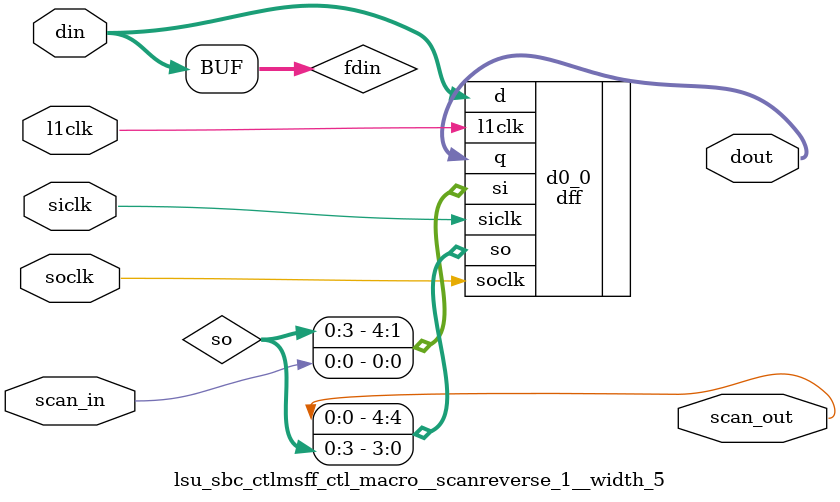
<source format=v>
module lsu_sbc_ctl (
  l2clk, 
  scan_in, 
  tcu_pce_ov, 
  tcu_scan_en, 
  spc_aclk, 
  spc_bclk, 
  scan_out, 
  dec_st_inst_e, 
  dec_fpldst_inst_e, 
  dec_flush_lm, 
  dec_flush_lb, 
  dec_frf_r2_addr_e, 
  dcc_lendian_pre_m, 
  dcc_tte_vld_m, 
  dcc_ldst_sz_m, 
  dcc_tid_e, 
  dcc_blk_inst_m, 
  dcc_std_inst_m, 
  dcc_asi_load_m, 
  dcc_binit_st_b, 
  dcc_casa_inst_b, 
  dcc_exception_flush_b, 
  dcc_priv_b, 
  dcc_hpriv_b, 
  dcc_stb_diag_rd_m, 
  dcc_wr_error_inj_m, 
  dcc_sync_pipe_w, 
  lsu_va_b, 
  lsu_asi_error_inject_b31, 
  lsu_asi_error_inject_b17, 
  lsu_asi_error_inject_b19, 
  lsu_asi_error_inject, 
  lsu_lsu_pmen, 
  tlu_flush_lsu_b, 
  tlu_cerer_sbdpc, 
  tlu_cerer_sbdpu, 
  tlu_cerer_sbapp, 
  tlu_cerer_sbdiou, 
  sbs0_stb_wptr_m, 
  sbs1_stb_wptr_m, 
  sbs2_stb_wptr_m, 
  sbs3_stb_wptr_m, 
  sbs4_stb_wptr_m, 
  sbs5_stb_wptr_m, 
  sbs6_stb_wptr_m, 
  sbs7_stb_wptr_m, 
  sbs0_stb_rptr, 
  sbs1_stb_rptr, 
  sbs2_stb_rptr, 
  sbs3_stb_rptr, 
  sbs4_stb_rptr, 
  sbs5_stb_rptr, 
  sbs6_stb_rptr, 
  sbs7_stb_rptr, 
  sbs_pcx_rq_vld, 
  sbs_atm_rq_vld, 
  sbs_asi_rq_vld, 
  sbs0_state_vld, 
  sbs1_state_vld, 
  sbs2_state_vld, 
  sbs3_state_vld, 
  sbs4_state_vld, 
  sbs5_state_vld, 
  sbs6_state_vld, 
  sbs7_state_vld, 
  sbs0_state_ced, 
  sbs1_state_ced, 
  sbs2_state_ced, 
  sbs3_state_ced, 
  sbs4_state_ced, 
  sbs5_state_ced, 
  sbs6_state_ced, 
  sbs7_state_ced, 
  sbs0_st_type, 
  sbs1_st_type, 
  sbs2_st_type, 
  sbs3_st_type, 
  sbs4_st_type, 
  sbs5_st_type, 
  sbs6_st_type, 
  sbs7_st_type, 
  sbs_state_asi_rngf, 
  sbs_pcx_pst_ie_p4, 
  sbs_bst_req, 
  sbs_asi_indet_req, 
  sbs_asi_indet_retire, 
  sbs_rmo_st_p4, 
  sbs_blk_st_p4, 
  sbs_stb_empty, 
  stb_cam_hit, 
  stb_cam_mhit, 
  stb_ld_part_raw, 
  stb_cam_hit_ptr, 
  stb_cam_data, 
  stb_cam_addr_b39, 
  stb_cecc_err, 
  stb_uecc_err, 
  stb_ram_ctl, 
  stb_cam_perr, 
  lmd_asi_asi, 
  lmd_asi_type, 
  lmc_ld_inst_w, 
  lmc_asi_indet_retire, 
  pic_st_pcx_sel_p3, 
  pic_st_asi_sel_p3, 
  pic_asi_sel_p4, 
  tlb_pgnum_b39, 
  tlb_tte_ie_b, 
  tlb_cam_mhit, 
  fgu_fst_ecc_error_fx2, 
  sed_bist_cmp_0, 
  sed_bist_cmp_1, 
  sed_bist_cmp_2, 
  sed_bist_cmp_3, 
  lbist_run, 
  mbi_run, 
  mbi_addr, 
  mbi_wdata, 
  mbi_stb_cam_read_en, 
  mbi_stb_cam_write_en, 
  mbi_stb_ram_read_en, 
  mbi_stb_ram_write_en, 
  bist_srm_rd_1, 
  bist_scm_rd_1, 
  sbc_thread_b, 
  sbc_st_int_sel_m, 
  sbc_std_le_m, 
  sbc_st_le_if_ie_m, 
  sbc_st_le_not_ie_m, 
  sbc_st_sz_m, 
  sbc_inv_addr_prty, 
  sbc_inv_ecc, 
  sbc_stb_ctl_data, 
  sbc_twocycle_inst_w, 
  sbc_tte_vld_b, 
  sbc_cam_wvld_m, 
  sbc_cam_wptr_vld_m, 
  sbc_cam_rptr_vld, 
  sbc_cam_rwptr, 
  sbc_cam_line_en_m, 
  sbc_ram_wptr_vld_b, 
  sbc_ram_rptr_vld, 
  sbc_ram_wptr, 
  sbc_ram_rptr, 
  sbc_cam_tid, 
  sbc_diag_wptr_w3, 
  sbc_st_rq_p2, 
  sbc_st_atomic_p2, 
  sbc_pcx_rq_p3, 
  sbc_asi_rq_p3, 
  sbc_st_sel_p3, 
  sbc_bst_sel, 
  sbc_st_sel_tid_p4, 
  sbc_st_pcx_nc, 
  sbc_pcx_bmask, 
  sbc_pcx_addr, 
  sbc_pcx_rmo_st, 
  sbc_pcx_blk_st, 
  sbc_st_asi_fs, 
  sbc_st_addr_new, 
  sbc_spd_clken, 
  sbc_ramout_clken, 
  sbc_tidb_eq_tidw, 
  sbc_tid_m, 
  sbc_st_atom_p3, 
  sbc_load_bst_addr, 
  sbc_bst_in_prog_m, 
  sbc_bst_in_prog_b, 
  sbc_bst_offset, 
  sbc_rmo_st_b, 
  sbc_rawp_rst, 
  sbc_fgu_ecc_b, 
  sbc_bst_rd_err, 
  sbc_pid_kill_store_p4_, 
  sbc_pic_kill_store_p4_, 
  sbc_sbs_kill_store_p4_, 
  sbc_force_inv, 
  sbc_st_type_p4, 
  sbc_blk_inst_b, 
  sbc_indet_block_p3, 
  lsu_block_store_stall, 
  lsu_block_store_rd, 
  lsu_block_store_tid, 
  lsu_block_store_alloc, 
  lsu_block_store_b, 
  lsu_block_store_m, 
  lsu_sbdpc_err_g, 
  lsu_sbdpu_err_g, 
  lsu_sbapp_err_g, 
  lsu_sbdiou_err_g, 
  lsu_stberr_index_g, 
  lsu_stberr_priv_g, 
  lsu_stb_flush_g, 
  lsu_frf_read_pending, 
  sbc_mbi_run, 
  lsu_mbi_stb_cam_fail, 
  lsu_mbi_stb_ram_fail, 
  lsu_mbi_scm_hit, 
  lsu_mbi_scm_mhit, 
  lsu_mbi_scm_hit_ptr, 
  lsu_mbi_scm_praw);
wire se;
wire pce_ov;
wire stop;
wire siclk;
wire soclk;
wire stb_clken;
wire stb_cam_wptr_vld_m;
wire stb_cam_wptr_vld_b;
wire stb_cam_wptr_vld_w;
wire st_rq_p1;
wire st_rq_p2;
wire st_rq_p3;
wire st_rq_p4;
wire l1clk_pm1;
wire l1clk;
wire dff_flush_b_scanin;
wire dff_flush_b_scanout;
wire local_flush_b;
wire flush_b;
wire pipe_flush_b;
wire dff_flush_w_scanin;
wire dff_flush_w_scanout;
wire flush_w;
wire dff_inst_m_scanin;
wire dff_inst_m_scanout;
wire [4:3] bst_addr_m;
wire st_inst_vld_m;
wire dff_ldst_fp_m_scanin;
wire dff_ldst_fp_m_scanout;
wire ldst_fp_m;
wire bst_in_prog_m;
wire [1:0] st_sz_m;
wire std_inst_b;
wire [1:0] st_sz_b;
wire dff_ldst_sz_b_scanin;
wire dff_ldst_sz_b_scanout;
wire tidm_eq_tidb;
wire [2:0] tid_m;
wire [2:0] tid_b;
wire dff_st_w_scanin;
wire dff_st_w_scanout;
wire casa_inst_w;
wire st_lendian_b;
wire lendian_pre_b;
wire st_pre_le_m;
wire block_store_lendian;
wire std_le_m;
wire st_le_if_ie_m;
wire st_le_not_ie_m;
wire dff_st_le_b_scanin;
wire dff_st_le_b_scanout;
wire stb_cam_hit_b;
wire stb_cam_mhit_b;
wire stb_ld_part_raw_b;
wire [2:0] stb_cam_hit_ptr_b;
wire dff_cam_hit_scanin;
wire dff_cam_hit_scanout;
wire [2:0] tid_w;
wire stb_cam_hit_w;
wire stb_cam_mhit_w;
wire stb_ld_part_raw_w;
wire [2:0] stb_cam_hit_ptr_w;
wire full_raw_w;
wire io_or_asi_load_w;
wire [7:0] thread_w;
wire [7:0] thread_m;
wire mbi_run_local;
wire dff_ram_wptr_vld_b_scanin;
wire dff_ram_wptr_vld_b_scanout;
wire stb_ram_wptr_vld_b;
wire std_inst_w;
wire dff_stb_wptr_vld_w_scanin;
wire dff_stb_wptr_vld_w_scanout;
wire unflushed_store_w;
wire [2:0] tid_e;
wire bst_in_prog_e;
wire [2:0] bst_tid;
wire dff_tid_m_scanin;
wire dff_tid_m_scanout;
wire dff_thread_b_scanin;
wire dff_thread_b_scanout;
wire [7:0] thread_b;
wire [2:0] stb_wptr;
wire [2:0] cam_wptr_m;
wire st_pcx_rq_p2;
wire st_asi_rq_p2;
wire any_bst_req;
wire stb_diag_rd_w;
wire [5:3] va_w;
wire [2:0] st_rd_tid;
wire [2:0] stb_rptr_pcx;
wire dff_cam_wptr_scanin;
wire dff_cam_wptr_scanout;
wire [2:0] cam_wptr_b;
wire [2:0] cam_wptr_w;
wire [2:0] cam_wptr_w2;
wire [2:0] cam_wptr_w3;
wire dff_ram_rptr_scanin;
wire dff_ram_rptr_scanout;
wire [2:0] ram_rptr_d1;
wire stb_diag_rd_b_in;
wire ram_rptr_vld_2;
wire [2:0] ram_rptr_d2;
wire stb_diag_rd_b;
wire [7:0] st_rd_thread;
wire [7:0] asi_rq_vld;
wire asi_indet_block;
wire asi_indet_sel_qual_p2;
wire asi_indet_sel_p3;
wire asi_rq_blocked_p1;
wire [7:0] pcx_rq_vld;
wire [7:0] st_rq_vld_p1;
wire [7:0] st_rq_sel_p2;
wire [7:0] st_sel_p3;
wire [7:0] st_rq_asi_p1;
wire dff_st_rq_p2_scanin;
wire dff_st_rq_p2_scanout;
wire [7:0] st_rq_vld_p2;
wire [7:0] st_rq_asi_p2;
wire asi_rq_blocked_p2;
wire stb_hazard_p2;
wire st_pcx_rq_p3;
wire st_asi_rq_p3;
wire st_lru8_scanin;
wire st_lru8_scanout;
wire [7:0] st_lru_update_p3;
wire [7:0] st_rq_sel_unqual_p2;
wire st_asi_unqual_p2;
wire [2:0] st_tid_p2;
wire asi_indet_sel_p2;
wire dff_indet_temp_scanin;
wire dff_indet_temp_scanout;
wire asi_rq_blocked_p3;
wire indet_block_req_p2;
wire indet_block_req_p3;
wire [7:0] bst_sel;
wire dff_st_sel_p3_scanin;
wire dff_st_sel_p3_scanout;
wire [7:0] st_rq_sel_p3;
wire [7:0] st_atom_p3;
wire st_asi_fs_p3;
wire asi_indet_in;
wire dff_asi_indet_scanin;
wire dff_asi_indet_scanout;
wire dff_st_sel_p4_scanin;
wire dff_st_sel_p4_scanout;
wire [7:0] st_sel_p4;
wire st_asi_sel_p4;
wire st_pcx_sel_p4;
wire [2:0] st_sel_tid_p4;
wire bst_p2;
wire pst_ie_p4;
wire [7:0] bmask_ie;
wire [1:0] st_type_enc;
wire dff_cerer_scanin;
wire dff_cerer_scanout;
wire cerer_sbdpc;
wire cerer_sbdpu;
wire cerer_sbapp;
wire cerer_sbdiou;
wire sbdpc_err;
wire st_err_flush;
wire sbdpu_err;
wire sbapp_err;
wire sbdiou_err;
wire kill_store_p4_;
wire [1:0] stb_priv;
wire dff_stb_err_scanin;
wire dff_stb_err_scanout;
wire [7:0] fatal_err_cond_in;
wire [7:0] fatal_err_cond;
wire dff_fatal_err_scanin;
wire dff_fatal_err_scanout;
wire dff_bst_addr_pipe_scanin;
wire dff_bst_addr_pipe_scanout;
wire [4:3] bst_addr_b;
wire [4:3] bst_addr0_in;
wire [4:3] bst_addr0;
wire [4:3] bst_addr1_in;
wire [4:3] bst_addr1;
wire [4:3] bst_addr2_in;
wire [4:3] bst_addr2;
wire [4:3] bst_addr3_in;
wire [4:3] bst_addr3;
wire [4:3] bst_addr4_in;
wire [4:3] bst_addr4;
wire [4:3] bst_addr5_in;
wire [4:3] bst_addr5;
wire [4:3] bst_addr6_in;
wire [4:3] bst_addr6;
wire [4:3] bst_addr7_in;
wire [4:3] bst_addr7;
wire dff_bst_addr_scanin;
wire dff_bst_addr_scanout;
wire [7:0] bst_lendian_in;
wire [7:0] bst_lendian;
wire dff_bst_lendian_scanin;
wire dff_bst_lendian_scanout;
wire bst_busy_rst;
wire [2:0] bst_count;
wire bst_busy_in;
wire bst_busy;
wire dff_bst_busy_scanin;
wire dff_bst_busy_scanout;
wire bst_busy_out;
wire bst_lru8_scanin;
wire bst_lru8_scanout;
wire [7:0] bst_sel_unqual_p;
wire dff_bst_req_scanin;
wire dff_bst_req_scanout;
wire [7:0] bst_sel_unqual;
wire frf_read_pending;
wire [7:0] block_store_thread;
wire [2:0] bst_tid_in;
wire dff_bst_tid_scanin;
wire dff_bst_tid_scanout;
wire bst_in_prog_b;
wire rmo_st_w;
wire dff_rmo_st_w_scanin;
wire dff_rmo_st_w_scanout;
wire dff_bst_seq_scanin;
wire dff_bst_seq_scanout;
wire bst_p1;
wire bst_p2_in;
wire bst_p3;
wire [2:0] bst_count_in;
wire dff_bst_count_scanin;
wire dff_bst_count_scanout;
wire bst_err_p3;
wire dff_bst_rd_err_scanin;
wire dff_bst_rd_err_scanout;
wire bst_err_p4;
wire dff_std_seq_scanin;
wire dff_std_seq_scanout;
wire dff_praw_ctl_w_scanin;
wire dff_praw_ctl_w_scanout;
wire io_or_asi_load_b;
wire asi_load_b;
wire [2:0] last_stb_wptr_w;
wire [2:0] rawp_id_w;
wire [2:0] rawp_id0;
wire [2:0] rawp_id0_hold;
wire dff_rawp_id0_scanin;
wire dff_rawp_id0_scanout;
wire [7:0] dec_rawp_id0;
wire [2:0] rawp_id1;
wire [2:0] rawp_id1_hold;
wire dff_rawp_id1_scanin;
wire dff_rawp_id1_scanout;
wire [7:0] dec_rawp_id1;
wire [2:0] rawp_id2;
wire [2:0] rawp_id2_hold;
wire dff_rawp_id2_scanin;
wire dff_rawp_id2_scanout;
wire [7:0] dec_rawp_id2;
wire [2:0] rawp_id3;
wire [2:0] rawp_id3_hold;
wire dff_rawp_id3_scanin;
wire dff_rawp_id3_scanout;
wire [7:0] dec_rawp_id3;
wire [2:0] rawp_id4;
wire [2:0] rawp_id4_hold;
wire dff_rawp_id4_scanin;
wire dff_rawp_id4_scanout;
wire [7:0] dec_rawp_id4;
wire [2:0] rawp_id5;
wire [2:0] rawp_id5_hold;
wire dff_rawp_id5_scanin;
wire dff_rawp_id5_scanout;
wire [7:0] dec_rawp_id5;
wire [2:0] rawp_id6;
wire [2:0] rawp_id6_hold;
wire dff_rawp_id6_scanin;
wire dff_rawp_id6_scanout;
wire [7:0] dec_rawp_id6;
wire [2:0] rawp_id7;
wire [2:0] rawp_id7_hold;
wire dff_rawp_id7_scanin;
wire dff_rawp_id7_scanout;
wire [7:0] dec_rawp_id7;
wire [2:0] priv_enc;
wire inv_addr_prty_m;
wire inv_ecc_m;
wire dff_error_inj_scanin;
wire dff_error_inj_scanout;
wire inv_addr_prty_b;
wire inv_ecc_b;
wire dff_bist_in_scanin;
wire dff_bist_in_scanout;
wire bist_scm_cmp_en;
wire bist_srm_cmp_en;
wire stb_cam_fail;
wire stb_ram_fail;
wire dff_bist_fail_scanin;
wire dff_bist_fail_scanout;
wire frf_read_out;
wire frf_read_pending_in;
wire dff_frf_read_scanin;
wire dff_frf_read_scanout;
wire spares_scanin;
wire spares_scanout;
wire [2:0] unused;
wire indet_block_req_p4;


input		l2clk;
input 		scan_in;
input 		tcu_pce_ov;		// scan signals
input		tcu_scan_en;
input 		spc_aclk;
input 		spc_bclk;
output		scan_out;

input		dec_st_inst_e;
input		dec_fpldst_inst_e;
input		dec_flush_lm;
input		dec_flush_lb;
input	[4:3]	dec_frf_r2_addr_e;

input		dcc_lendian_pre_m;
input		dcc_tte_vld_m;
input	[1:0]	dcc_ldst_sz_m;
input	[2:0]	dcc_tid_e;
input		dcc_blk_inst_m;
input		dcc_std_inst_m;
input		dcc_asi_load_m;
input		dcc_binit_st_b;
input		dcc_casa_inst_b;
input		dcc_exception_flush_b;
input		dcc_priv_b;
input		dcc_hpriv_b;
input		dcc_stb_diag_rd_m;
input		dcc_wr_error_inj_m;
input		dcc_sync_pipe_w;

input	[5:3]	lsu_va_b;
input		lsu_asi_error_inject_b31; 
input		lsu_asi_error_inject_b17; 
input		lsu_asi_error_inject_b19; 
input	[6:0]	lsu_asi_error_inject; 
input		lsu_lsu_pmen;

input		tlu_flush_lsu_b;
input		tlu_cerer_sbdpc;
input		tlu_cerer_sbdpu;
input		tlu_cerer_sbapp;
input		tlu_cerer_sbdiou;

input	[2:0]	sbs0_stb_wptr_m;
input	[2:0]	sbs1_stb_wptr_m;
input	[2:0]	sbs2_stb_wptr_m;
input	[2:0]	sbs3_stb_wptr_m;
input	[2:0]	sbs4_stb_wptr_m;
input	[2:0]	sbs5_stb_wptr_m;
input	[2:0]	sbs6_stb_wptr_m;
input	[2:0]	sbs7_stb_wptr_m;
input	[2:0]	sbs0_stb_rptr;
input	[2:0]	sbs1_stb_rptr;
input	[2:0]	sbs2_stb_rptr;
input	[2:0]	sbs3_stb_rptr;
input	[2:0]	sbs4_stb_rptr;
input	[2:0]	sbs5_stb_rptr;
input	[2:0]	sbs6_stb_rptr;
input	[2:0]	sbs7_stb_rptr;
input	[7:0]	sbs_pcx_rq_vld;		// Request for pcx - one per thread
input	[7:0]	sbs_atm_rq_vld;		// Atomic request (CAS)
input	[7:0]	sbs_asi_rq_vld;		// Request for asi - one per thread
input	[7:0]	sbs0_state_vld;
input	[7:0]	sbs1_state_vld;
input	[7:0]	sbs2_state_vld;
input	[7:0]	sbs3_state_vld;
input	[7:0]	sbs4_state_vld;
input	[7:0]	sbs5_state_vld;
input	[7:0]	sbs6_state_vld;
input	[7:0]	sbs7_state_vld;
input	[7:0]	sbs0_state_ced;
input	[7:0]	sbs1_state_ced;
input	[7:0]	sbs2_state_ced;
input	[7:0]	sbs3_state_ced;
input	[7:0]	sbs4_state_ced;
input	[7:0]	sbs5_state_ced;
input	[7:0]	sbs6_state_ced;
input	[7:0]	sbs7_state_ced;
input	[1:0]	sbs0_st_type;
input	[1:0]	sbs1_st_type;
input	[1:0]	sbs2_st_type;
input	[1:0]	sbs3_st_type;
input	[1:0]	sbs4_st_type;
input	[1:0]	sbs5_st_type;
input	[1:0]	sbs6_st_type;
input	[1:0]	sbs7_st_type;
input	[7:0]	sbs_state_asi_rngf;
input	[7:0]	sbs_pcx_pst_ie_p4;
input	[7:0]	sbs_bst_req;
input	[7:0]	sbs_asi_indet_req;
input	[7:0]	sbs_asi_indet_retire;
input	[7:0]	sbs_rmo_st_p4;
input	[7:0]	sbs_blk_st_p4;
input	[7:0]	sbs_stb_empty;

input		stb_cam_hit;
input		stb_cam_mhit;
input		stb_ld_part_raw;
input	[2:0]	stb_cam_hit_ptr;
input	[7:0]	stb_cam_data;		// Byte mask (also has ASI value for internal ASI stores)
input		stb_cam_addr_b39;
input		stb_cecc_err;
input		stb_uecc_err;
input	[2:0]	stb_ram_ctl;

input		stb_cam_perr;		// parity error occured on CAM read

input	[7:0]	lmd_asi_asi;
input	[1:0]	lmd_asi_type;

input		lmc_ld_inst_w;		// Unflushed load in W
input		lmc_asi_indet_retire;

input		pic_st_pcx_sel_p3;	// STB gets access to pcx
input		pic_st_asi_sel_p3;		// STB gets access to asi
input		pic_asi_sel_p4;

input		tlb_pgnum_b39;
input		tlb_tte_ie_b;
input		tlb_cam_mhit;

input		fgu_fst_ecc_error_fx2;

input		sed_bist_cmp_0;
input		sed_bist_cmp_1;
input		sed_bist_cmp_2;
input		sed_bist_cmp_3;

input		lbist_run;
input		mbi_run;
input	[5:0]	mbi_addr;
input	[2:0]	mbi_wdata;
input		mbi_stb_cam_read_en;
input		mbi_stb_cam_write_en;
input		mbi_stb_ram_read_en;
input		mbi_stb_ram_write_en;
output		bist_srm_rd_1;
output		bist_scm_rd_1;

output	[7:0]	sbc_thread_b;
output		sbc_st_int_sel_m;
output		sbc_std_le_m;
output		sbc_st_le_if_ie_m;
output		sbc_st_le_not_ie_m;
output	[1:0]	sbc_st_sz_m;
output		sbc_inv_addr_prty;
output	[6:0]	sbc_inv_ecc;
output	[2:0]	sbc_stb_ctl_data;
output		sbc_twocycle_inst_w;
output		sbc_tte_vld_b;		// tlb_miss not accounted for

output	[7:0]	sbc_cam_wvld_m;
output		sbc_cam_wptr_vld_m;	// enable stb_cam write
output		sbc_cam_rptr_vld;
output	[5:0]	sbc_cam_rwptr;		// stb_cam write pointer
output	[7:0]	sbc_cam_line_en_m;
output		sbc_ram_wptr_vld_b;	// enable stb_ram write
output		sbc_ram_rptr_vld;
output	[5:0]	sbc_ram_wptr;		// stb_ram write pointer
output	[5:0]	sbc_ram_rptr;		// stb_ram read pointer
output	[2:0]	sbc_cam_tid;		// stb_cam lookup tid
output	[2:0]	sbc_diag_wptr_w3;

output		sbc_st_rq_p2;
output		sbc_st_atomic_p2;
output		sbc_pcx_rq_p3;		// STB wants access to the pcx
output		sbc_asi_rq_p3;		// STB wants access to the asi
output	[7:0]	sbc_st_sel_p3;		// Selected thread in P3 (not qual'ed with store select)
output	[7:0]	sbc_bst_sel;
output	[2:0]	sbc_st_sel_tid_p4;		
output		sbc_st_pcx_nc;		
output	[7:0]	sbc_pcx_bmask;		// Byte mask for pcx requests
output	[2:0]	sbc_pcx_addr;		// Byte mask for pcx requests
output		sbc_pcx_rmo_st;		// Store in P4 is RMO
output		sbc_pcx_blk_st;		// Store in P4 is block store
output		sbc_st_asi_fs;
output	[7:0]	sbc_st_addr_new;
output		sbc_spd_clken;
output		sbc_ramout_clken;
output		sbc_tidb_eq_tidw;
output	[2:0]	sbc_tid_m;
output	[7:0]	sbc_st_atom_p3;
output		sbc_load_bst_addr;	// Enables the bst addr register in sbd
output		sbc_bst_in_prog_m;
output		sbc_bst_in_prog_b;
output	[2:0]	sbc_bst_offset;
output		sbc_rmo_st_b;
output	[7:0]	sbc_rawp_rst;
output		sbc_fgu_ecc_b;
output		sbc_bst_rd_err;
output		sbc_pid_kill_store_p4_;
output		sbc_pic_kill_store_p4_;
output		sbc_sbs_kill_store_p4_;
output		sbc_force_inv;
output	[2:0]	sbc_st_type_p4;
output		sbc_blk_inst_b;
output		sbc_indet_block_p3;

output		lsu_block_store_stall;
output	[4:3]	lsu_block_store_rd;
output	[2:0]	lsu_block_store_tid;
output	[7:0]	lsu_block_store_alloc;
output	[7:0]	lsu_block_store_b;
output		lsu_block_store_m;

output		lsu_sbdpc_err_g;
output		lsu_sbdpu_err_g;
output		lsu_sbapp_err_g;
output		lsu_sbdiou_err_g;
output	[2:0]	lsu_stberr_index_g;
output	[1:0]	lsu_stberr_priv_g;
output		lsu_stb_flush_g;

output		lsu_frf_read_pending;

output		sbc_mbi_run;
output		lsu_mbi_stb_cam_fail;
output		lsu_mbi_stb_ram_fail;
output		lsu_mbi_scm_hit;
output		lsu_mbi_scm_mhit;
output	[2:0]	lsu_mbi_scm_hit_ptr;
output		lsu_mbi_scm_praw;

// scan renames
assign se = tcu_scan_en;
assign pce_ov = tcu_pce_ov;
assign stop = 1'b0;
assign siclk = spc_aclk;
assign soclk = spc_bclk;
// end scan

//////////////////////////////
// Clock header
//////////////////////////////

assign stb_clken = stb_cam_wptr_vld_m | stb_cam_wptr_vld_b | stb_cam_wptr_vld_w | 
                   st_rq_p1 | st_rq_p2 | st_rq_p3 | st_rq_p4 | mbi_run | ~lsu_lsu_pmen;

lsu_sbc_ctll1clkhdr_ctl_macro clkgen_stb (
        .l2clk  (l2clk                          ),
        .l1en   (stb_clken                      ),
        .l1clk  (l1clk_pm1                      ),
  .pce_ov(pce_ov),
  .stop(stop),
  .se(se)
);

lsu_sbc_ctll1clkhdr_ctl_macro clkgen (
        .l2clk  (l2clk                          ),
        .l1en   (1'b1                           ),
        .l1clk  (l1clk                          ),
  .pce_ov(pce_ov),
  .stop(stop),
  .se(se)
);

//////////////////////////////
// Flush logic
//////////////////////////////

lsu_sbc_ctlmsff_ctl_macro__width_1 dff_flush_b  (
	.scan_in(dff_flush_b_scanin),
	.scan_out(dff_flush_b_scanout),
	.din	(dec_flush_lm),
	.dout	(local_flush_b),
  .l1clk(l1clk),
  .siclk(siclk),
  .soclk(soclk)
);

assign flush_b = tlu_flush_lsu_b | dec_flush_lb | local_flush_b | dcc_exception_flush_b;
assign pipe_flush_b = dec_flush_lb | local_flush_b;

lsu_sbc_ctlmsff_ctl_macro__width_1 dff_flush_w  (
	.scan_in(dff_flush_w_scanin),
	.scan_out(dff_flush_w_scanout),
	.din	(flush_b),
	.dout	(flush_w),
  .l1clk(l1clk),
  .siclk(siclk),
  .soclk(soclk)
);

///////////////////////////////////////////////////
lsu_sbc_ctlmsff_ctl_macro__width_3 dff_inst_m  (
	.scan_in(dff_inst_m_scanin),
	.scan_out(dff_inst_m_scanout),
	.din	({dec_frf_r2_addr_e[4:3],dec_st_inst_e}),
	.dout	({bst_addr_m[4:3],       st_inst_vld_m}),
  .l1clk(l1clk),
  .siclk(siclk),
  .soclk(soclk)
);


////////////////////////////////////////////////////////////////////////////////
// Store data source selects
////////////////////////////////////////////////////////////////////////////////

// M stage
// Select between integer store and fp stores.  FP stores can be 32b or
// 64b. 
lsu_sbc_ctlmsff_ctl_macro__width_1 dff_ldst_fp_m  (
	.scan_in(dff_ldst_fp_m_scanin),
	.scan_out(dff_ldst_fp_m_scanout),
	.din	(dec_fpldst_inst_e),
	.dout	(ldst_fp_m),
  .l1clk(l1clk),
  .siclk(siclk),
  .soclk(soclk)
);

assign sbc_st_int_sel_m = ~(ldst_fp_m | bst_in_prog_m);

////////////////////////////////////////////////////////////////////////////////
// Store data formatting
//
// Data must be swapped if little endian and then replicated for stores less
// than 8 bytes.
////////////////////////////////////////////////////////////////////////////////

// Force block stores to size=11.  CAS formats data over two cycles.
assign st_sz_m[1:0] = ((dcc_casa_inst_b | std_inst_b) ? st_sz_b[1:0] : dcc_ldst_sz_m[1:0]) |
                       {2{bst_in_prog_m}} ;

assign sbc_st_sz_m[1:0] = st_sz_m[1:0];

lsu_sbc_ctlmsff_ctl_macro__width_2 dff_ldst_sz_b  (
	.scan_in(dff_ldst_sz_b_scanin),
	.scan_out(dff_ldst_sz_b_scanout),
	.l1clk	(l1clk_pm1),
	.din	(st_sz_m[1:0]),
	.dout	(st_sz_b[1:0]),
  .siclk(siclk),
  .soclk(soclk)
);

assign tidm_eq_tidb = (tid_m[2:0] == tid_b[2:0]) & stb_cam_wptr_vld_b;

lsu_sbc_ctlmsff_ctl_macro__width_2 dff_st_w  (
	.scan_in(dff_st_w_scanin),
	.scan_out(dff_st_w_scanout),
	.l1clk	(l1clk_pm1),
	.din	({tidm_eq_tidb,     dcc_casa_inst_b}),
	.dout	({sbc_tidb_eq_tidw, casa_inst_w}),
  .siclk(siclk),
  .soclk(soclk)
);

// Endian swapping in sbd.  PE mux defaults to big endian.  Final qualification with TTE.IE will be
// done in sbd for timing reasons.
assign st_lendian_b = lendian_pre_b ^ (sbc_tte_vld_b & tlb_tte_ie_b);

assign st_pre_le_m = (dcc_casa_inst_b & st_lendian_b) |
                     (bst_in_prog_m & block_store_lendian) |
                     (st_inst_vld_m & dcc_lendian_pre_m);

assign std_le_m = std_inst_b & st_lendian_b;
assign st_le_if_ie_m =  (dcc_tte_vld_m & ~st_pre_le_m) | (~dcc_tte_vld_m & st_pre_le_m);
assign st_le_not_ie_m = (dcc_tte_vld_m &  st_pre_le_m) | (~dcc_tte_vld_m & st_pre_le_m);

assign sbc_std_le_m = std_le_m;
assign sbc_st_le_if_ie_m = st_le_if_ie_m;
assign sbc_st_le_not_ie_m = st_le_not_ie_m;

lsu_sbc_ctlmsff_ctl_macro__width_2 dff_st_le_b  (
	.scan_in(dff_st_le_b_scanin),
	.scan_out(dff_st_le_b_scanout),
	.l1clk	(l1clk_pm1),
	.din	({dcc_tte_vld_m,dcc_lendian_pre_m}),
	.dout	({sbc_tte_vld_b,    lendian_pre_b}),
  .siclk(siclk),
  .soclk(soclk)
);


////////////////////////////////////////////////////////////////////////////////
// STB array controls
////////////////////////////////////////////////////////////////////////////////

assign stb_cam_hit_b          = stb_cam_hit     & ~lbist_run;
assign stb_cam_mhit_b         = stb_cam_mhit    & ~lbist_run;
assign stb_ld_part_raw_b      = stb_ld_part_raw & ~lbist_run;
assign stb_cam_hit_ptr_b[2:0] = stb_cam_hit_ptr[2:0] & {3{~lbist_run}};

lsu_sbc_ctlmsff_ctl_macro__width_9 dff_cam_hit  (
	.scan_in(dff_cam_hit_scanin),
	.scan_out(dff_cam_hit_scanout),
	.din	({tid_b[2:0],stb_cam_hit_b,stb_cam_mhit_b,stb_ld_part_raw_b,stb_cam_hit_ptr_b[2:0]}),
	.dout	({tid_w[2:0],stb_cam_hit_w,stb_cam_mhit_w,stb_ld_part_raw_w,stb_cam_hit_ptr_w[2:0]}),
  .l1clk(l1clk),
  .siclk(siclk),
  .soclk(soclk)
);

assign lsu_mbi_scm_hit     = stb_cam_hit_w;
assign lsu_mbi_scm_mhit    = stb_cam_mhit_w;
assign lsu_mbi_scm_hit_ptr = stb_cam_hit_ptr_w[2:0];
assign lsu_mbi_scm_praw    = stb_ld_part_raw_w;

// stb ram is read on a full RAW 
// Note: There are cases (LDD/QUAD come to mind) where full_raw_w evaulates true but a bypass will
// not occur.  The full qualification is done in lsu_lmc_ctl.  In those cases, the stb will get read
// but the data will not be used.
assign full_raw_w = stb_cam_hit_w & ~(stb_cam_mhit_w | stb_ld_part_raw_w | io_or_asi_load_w | flush_w);

assign thread_w[0] = ~tid_w[2] & ~tid_w[1] & ~tid_w[0];
assign thread_w[1] = ~tid_w[2] & ~tid_w[1] &  tid_w[0];
assign thread_w[2] = ~tid_w[2] &  tid_w[1] & ~tid_w[0];
assign thread_w[3] = ~tid_w[2] &  tid_w[1] &  tid_w[0];
assign thread_w[4] =  tid_w[2] & ~tid_w[1] & ~tid_w[0];
assign thread_w[5] =  tid_w[2] & ~tid_w[1] &  tid_w[0];
assign thread_w[6] =  tid_w[2] &  tid_w[1] & ~tid_w[0];
assign thread_w[7] =  tid_w[2] &  tid_w[1] &  tid_w[0];

// Valid signals from each threads state determine which cam entries are valid.
assign sbc_cam_line_en_m[7:0] = ({8{thread_m[0]}} & sbs0_state_vld[7:0] |
                                 {8{thread_m[1]}} & sbs1_state_vld[7:0] |
                                 {8{thread_m[2]}} & sbs2_state_vld[7:0] |
                                 {8{thread_m[3]}} & sbs3_state_vld[7:0] |
                                 {8{thread_m[4]}} & sbs4_state_vld[7:0] |
                                 {8{thread_m[5]}} & sbs5_state_vld[7:0] |
                                 {8{thread_m[6]}} & sbs6_state_vld[7:0] |
                                 {8{thread_m[7]}} & sbs7_state_vld[7:0] ) |
                                 {8{mbi_run_local}} ;


// Write pointer generation

assign stb_cam_wptr_vld_m = (st_inst_vld_m | bst_in_prog_m) & ~mbi_run_local;	// does not include BIST
assign sbc_cam_wptr_vld_m = mbi_run_local ? mbi_stb_cam_write_en : 
                                            stb_cam_wptr_vld_m & ~(dcc_sync_pipe_w & (tid_m[2:0] == tid_w[2:0]));

lsu_sbc_ctlmsff_ctl_macro__width_1 dff_ram_wptr_vld_b  (
	.scan_in(dff_ram_wptr_vld_b_scanin),
	.scan_out(dff_ram_wptr_vld_b_scanout),
	.l1clk	(l1clk_pm1),
	.din	(stb_cam_wptr_vld_m),
	.dout	(stb_cam_wptr_vld_b),
  .siclk(siclk),
  .soclk(soclk)
);

assign stb_ram_wptr_vld_b = stb_cam_wptr_vld_b & ~(dcc_sync_pipe_w & (tid_b[2:0] == tid_w[2:0]));

assign sbc_ram_wptr_vld_b = mbi_run_local ? mbi_stb_ram_write_en : (stb_ram_wptr_vld_b | std_inst_w | casa_inst_w);

lsu_sbc_ctlmsff_ctl_macro__width_1 dff_stb_wptr_vld_w  (
	.scan_in(dff_stb_wptr_vld_w_scanin),
	.scan_out(dff_stb_wptr_vld_w_scanout),
	.l1clk	(l1clk_pm1),
	.din	(stb_cam_wptr_vld_b),
	.dout	(stb_cam_wptr_vld_w),
  .siclk(siclk),
  .soclk(soclk)
);

assign unflushed_store_w = stb_cam_wptr_vld_w & ~flush_w;

assign tid_e[2:0] = bst_in_prog_e ? bst_tid[2:0] : dcc_tid_e[2:0];

lsu_sbc_ctlmsff_ctl_macro__width_6 dff_tid_m  (
	.scan_in(dff_tid_m_scanin),
	.scan_out(dff_tid_m_scanout),
	.din	({tid_e[2:0],tid_m[2:0]}),
	.dout	({tid_m[2:0],tid_b[2:0]}),
  .l1clk(l1clk),
  .siclk(siclk),
  .soclk(soclk)
);

assign sbc_tid_m[2:0] = tid_m[2:0];

assign thread_m[0] = ~tid_m[2] & ~tid_m[1] & ~tid_m[0];
assign thread_m[1] = ~tid_m[2] & ~tid_m[1] &  tid_m[0];
assign thread_m[2] = ~tid_m[2] &  tid_m[1] & ~tid_m[0];
assign thread_m[3] = ~tid_m[2] &  tid_m[1] &  tid_m[0];
assign thread_m[4] =  tid_m[2] & ~tid_m[1] & ~tid_m[0];
assign thread_m[5] =  tid_m[2] & ~tid_m[1] &  tid_m[0];
assign thread_m[6] =  tid_m[2] &  tid_m[1] & ~tid_m[0];
assign thread_m[7] =  tid_m[2] &  tid_m[1] &  tid_m[0];

assign sbc_cam_wvld_m[0] = stb_cam_wptr_vld_m & thread_m[0];
assign sbc_cam_wvld_m[1] = stb_cam_wptr_vld_m & thread_m[1];
assign sbc_cam_wvld_m[2] = stb_cam_wptr_vld_m & thread_m[2];
assign sbc_cam_wvld_m[3] = stb_cam_wptr_vld_m & thread_m[3];
assign sbc_cam_wvld_m[4] = stb_cam_wptr_vld_m & thread_m[4];
assign sbc_cam_wvld_m[5] = stb_cam_wptr_vld_m & thread_m[5];
assign sbc_cam_wvld_m[6] = stb_cam_wptr_vld_m & thread_m[6];
assign sbc_cam_wvld_m[7] = stb_cam_wptr_vld_m & thread_m[7];

lsu_sbc_ctlmsff_ctl_macro__width_8 dff_thread_b  (
	.scan_in(dff_thread_b_scanin),
	.scan_out(dff_thread_b_scanout),
	.l1clk	(l1clk_pm1),
	.din	(thread_m[7:0]),
	.dout	(thread_b[7:0]),
  .siclk(siclk),
  .soclk(soclk)
);

assign sbc_thread_b[7:0] = thread_b[7:0];

assign stb_wptr[2:0] = {3{thread_m[0]}} & sbs0_stb_wptr_m[2:0] |
                       {3{thread_m[1]}} & sbs1_stb_wptr_m[2:0] |
                       {3{thread_m[2]}} & sbs2_stb_wptr_m[2:0] |
                       {3{thread_m[3]}} & sbs3_stb_wptr_m[2:0] |
                       {3{thread_m[4]}} & sbs4_stb_wptr_m[2:0] |
                       {3{thread_m[5]}} & sbs5_stb_wptr_m[2:0] |
                       {3{thread_m[6]}} & sbs6_stb_wptr_m[2:0] |
                       {3{thread_m[7]}} & sbs7_stb_wptr_m[2:0];

assign cam_wptr_m[2:0] = stb_wptr[2:0];

// CAM is 1rw.  Writes always have priority, so anything that generated a read must be deferred.
// 0in bits_on -var {sbc_cam_rptr_vld,sbc_cam_wptr_vld_m} -max 1 -message "stb_cam read/write contention"
// 0in bits_on -var {(st_pcx_rq_p2 | st_asi_rq_p2),any_bst_req,stb_diag_rd_w} -max 1

assign sbc_cam_rptr_vld =  mbi_run_local ? mbi_stb_cam_read_en : (st_pcx_rq_p2 | st_asi_rq_p2 | any_bst_req | stb_diag_rd_w);

// STB CAM is 1rw, so read and write pointers must be muxed.
// 0in bits_on -var {stb_cam_wptr_vld_m,stb_diag_rd_w,mbi_run_local} -max 1 -message "multiple stb_cam address selects"
assign sbc_cam_rwptr[5:0] = mbi_run_local ? mbi_addr[5:0] : 
       (({6{stb_cam_wptr_vld_m}}                    & {tid_m[2:0],cam_wptr_m[2:0]}) |		// write
        ({6{stb_diag_rd_w}}                         & {tid_w[2:0],va_w[5:3]}) |			// diag read
        ({6{~(stb_cam_wptr_vld_m | stb_diag_rd_w)}} & {st_rd_tid[2:0],stb_rptr_pcx[2:0]}));	// read for pcx/asi/bst
         
assign sbc_cam_tid[2:0] = mbi_run_local ? mbi_addr[5:3] : tid_m[2:0];

lsu_sbc_ctlmsff_ctl_macro__width_12 dff_cam_wptr  (
	.scan_in(dff_cam_wptr_scanin),
	.scan_out(dff_cam_wptr_scanout),
	.din	({cam_wptr_m[2:0],cam_wptr_b[2:0],cam_wptr_w[2:0], cam_wptr_w2[2:0]}),
	.dout	({cam_wptr_b[2:0],cam_wptr_w[2:0],cam_wptr_w2[2:0],cam_wptr_w3[2:0]}),
  .l1clk(l1clk),
  .siclk(siclk),
  .soclk(soclk)
);
assign sbc_diag_wptr_w3[2:0] = cam_wptr_w3[2:0];

assign sbc_ram_wptr[5:0] = mbi_run_local ? mbi_addr[5:0] :
                          ((std_inst_w | casa_inst_w) ? {tid_w[2:0],cam_wptr_w[2:0]} : {tid_b[2:0],cam_wptr_b[2:0]});

// Read pointer generation

// rptr_vld and rptr_pcx can be generated from an earlier pcx_rq signal.  The
// advantage of the later signal is that the array will only be read when
// absolutely necessary.
// 0in bits_on -var {(st_pcx_rq_p2 | st_asi_rq_p2),full_raw_w,stb_diag_rd_w} -max 1

assign sbc_ram_rptr_vld = mbi_run_local ? mbi_stb_ram_read_en :
                         ((st_pcx_rq_p2 | st_asi_rq_p2) |		// read for pcx/asi
                          full_raw_w |					// read for RAW bypass
                          any_bst_req |					// read for block store initiate
                          stb_diag_rd_w); 				// diag read

assign sbc_ram_rptr[5:0] = mbi_run_local ? mbi_addr[5:0] : 
                           (full_raw_w ? {tid_w[2:0],stb_cam_hit_ptr_w[2:0]} :			// read for RAW bypass
                            stb_diag_rd_w  ? {tid_w[2:0],va_w[5:3]} :				// diag read
                                                {st_rd_tid[2:0],stb_rptr_pcx[2:0]});		// read for pcx

lsu_sbc_ctlmsff_ctl_macro__width_12 dff_ram_rptr  (
	.scan_in(dff_ram_rptr_scanin),
	.scan_out(dff_ram_rptr_scanout),
	.din	({sbc_ram_rptr_vld,sbc_ram_rptr[2:0],ram_rptr_d1[2:0],lsu_va_b[5:3],
		  dcc_stb_diag_rd_m,stb_diag_rd_b_in}),
	.dout	({ram_rptr_vld_2,  ram_rptr_d1[2:0], ram_rptr_d2[2:0],va_w[5:3],
		  stb_diag_rd_b,    stb_diag_rd_w}),
  .l1clk(l1clk),
  .siclk(siclk),
  .soclk(soclk)
);

assign stb_diag_rd_b_in = stb_diag_rd_b & ~mbi_run_local;

assign sbc_ramout_clken = ram_rptr_vld_2 | ~lsu_lsu_pmen;

assign stb_rptr_pcx[2:0] = {3{st_rd_thread[0]}} & sbs0_stb_rptr[2:0] |
                           {3{st_rd_thread[1]}} & sbs1_stb_rptr[2:0] |
                           {3{st_rd_thread[2]}} & sbs2_stb_rptr[2:0] |
                           {3{st_rd_thread[3]}} & sbs3_stb_rptr[2:0] |
                           {3{st_rd_thread[4]}} & sbs4_stb_rptr[2:0] |
                           {3{st_rd_thread[5]}} & sbs5_stb_rptr[2:0] |
                           {3{st_rd_thread[6]}} & sbs6_stb_rptr[2:0] |
                           {3{st_rd_thread[7]}} & sbs7_stb_rptr[2:0];

// Update last stored address for pipelining comparisons
assign sbc_st_addr_new[0] = unflushed_store_w & thread_w[0];
assign sbc_st_addr_new[1] = unflushed_store_w & thread_w[1];
assign sbc_st_addr_new[2] = unflushed_store_w & thread_w[2];
assign sbc_st_addr_new[3] = unflushed_store_w & thread_w[3];
assign sbc_st_addr_new[4] = unflushed_store_w & thread_w[4];
assign sbc_st_addr_new[5] = unflushed_store_w & thread_w[5];
assign sbc_st_addr_new[6] = unflushed_store_w & thread_w[6];
assign sbc_st_addr_new[7] = unflushed_store_w & thread_w[7];

// Clock enables for pipe address flops

assign sbc_spd_clken = stb_cam_wptr_vld_m | stb_cam_wptr_vld_b | mbi_run_local | ~lsu_lsu_pmen;

////////////////////////////////////////////////////////////////////////////////
// PCX/ASI Arbitration
////////////////////////////////////////////////////////////////////////////////

/////////////////////////////////////////////////////
// P1 - receive requests from sbs
/////////////////////////////////////////////////////

// Turn off indeterminate ASI requests if they're blocked
// If an asi was selected in P2, clear the request since ASI can only issue
// every other cycle.
assign asi_rq_vld[7:0] = sbs_asi_rq_vld[7:0] & 
     ~(sbs_asi_indet_req[7:0] & {8{asi_indet_block | asi_indet_sel_qual_p2 | (asi_indet_sel_p3 & pic_st_asi_sel_p3)}});

assign asi_rq_blocked_p1 = |(sbs_asi_rq_vld[7:0] & sbs_asi_indet_req[7:0]) &
                            (asi_indet_block | asi_indet_sel_qual_p2 | (asi_indet_sel_p3 & pic_st_asi_sel_p3));

// Combine all requests for power management
assign st_rq_p1 = (|(sbs_pcx_rq_vld[7:0])) | (|(sbs_asi_rq_vld[7:0]));

// Turn off pcx requests for a thread during it's block store transfer.  Need to hold
// off until the end in case an ECC error occurs in the FGU.
assign pcx_rq_vld[7:0] = sbs_pcx_rq_vld[7:0] & ~lsu_block_store_b[7:0];

assign st_rq_vld_p1[7:0] = (pcx_rq_vld[7:0] | asi_rq_vld[7:0]) & ~st_rq_sel_p2[7:0] & ~st_sel_p3[7:0];
assign st_rq_asi_p1[7:0] = asi_rq_vld[7:0] & ~st_rq_sel_p2[7:0] & ~st_sel_p3[7:0];

lsu_sbc_ctlmsff_ctl_macro__width_18 dff_st_rq_p2  (
	.scan_in(dff_st_rq_p2_scanin),
	.scan_out(dff_st_rq_p2_scanout),
	.l1clk	(l1clk_pm1),
	.din	({st_rq_p1,st_rq_vld_p1[7:0],st_rq_asi_p1[7:0],asi_rq_blocked_p1}),
	.dout	({st_rq_p2,st_rq_vld_p2[7:0],st_rq_asi_p2[7:0],asi_rq_blocked_p2}),
  .siclk(siclk),
  .soclk(soclk)
);

/////////////////////////////////////////////////////
// P2 - arbitrate among the threads
/////////////////////////////////////////////////////

// Stores cannot request under the following conditions
// 1 - when a load in W is reading the STB for RAW bypass
// 2 - when another thread is reading the STB to initiate a block store
// 3 - when a store in M will be writing the STB
// 4 - when a STD or CASA in W needs to write the STB 
// 5 - when a diagnostic STB read is in M or W
assign stb_hazard_p2 = full_raw_w | any_bst_req | stb_cam_wptr_vld_m | std_inst_w | 
                       casa_inst_w | stb_diag_rd_w | st_pcx_rq_p3 | st_asi_rq_p3;

// Pseudo-LRU picker to choose the oldest thread for issuing to pcx.
lsu_lru8_ctl st_lru8 (
	.scan_in(st_lru8_scanin),
	.scan_out(st_lru8_scanout),
	.l1clk	(l1clk_pm1),
	.request(st_rq_vld_p2[7:0]),
	.enable	(st_lru_update_p3[7:0]),
	.select	(st_rq_sel_unqual_p2[7:0]),
  .spc_aclk(spc_aclk),
  .spc_bclk(spc_bclk)
);

assign st_rq_sel_p2[7:0] = st_rq_sel_unqual_p2[7:0] & {8{~stb_hazard_p2}};

assign st_asi_unqual_p2 = |(st_rq_sel_unqual_p2[7:0] & st_rq_asi_p2[7:0]);
assign st_pcx_rq_p2 = ~st_asi_unqual_p2 & |(st_rq_vld_p2[7:0]) & ~stb_hazard_p2;
assign st_asi_rq_p2 =  st_asi_unqual_p2 & |(st_rq_vld_p2[7:0]) & ~stb_hazard_p2;

// 0in arbiter -req st_rq_vld_p2[7:0] -gnt st_rq_sel_unqual_p2[7:0] -known_grant 

// Encode tid for use in STB read pointer
assign st_tid_p2[2] = st_rq_sel_p2[4] | st_rq_sel_p2[5] | st_rq_sel_p2[6] | st_rq_sel_p2[7];
assign st_tid_p2[1] = st_rq_sel_p2[2] | st_rq_sel_p2[3] | st_rq_sel_p2[6] | st_rq_sel_p2[7];
assign st_tid_p2[0] = st_rq_sel_p2[1] | st_rq_sel_p2[3] | st_rq_sel_p2[5] | st_rq_sel_p2[7];

// CAS tracking
assign sbc_st_atomic_p2 = |(st_rq_sel_p2[7:0] & sbs_atm_rq_vld[7:0]);

// Indeterminate asi tracking
assign asi_indet_sel_p2 = |(sbs_asi_indet_req[7:0] & st_rq_sel_unqual_p2[7:0]);

assign asi_indet_sel_qual_p2 = asi_indet_sel_p2 & ~stb_hazard_p2;

lsu_sbc_ctlmsff_ctl_macro__width_2 dff_indet_temp  (
	.scan_in(dff_indet_temp_scanin),
	.scan_out(dff_indet_temp_scanout),
	.l1clk	(l1clk_pm1),
	.din	({asi_indet_sel_qual_p2,asi_rq_blocked_p2}),
	.dout	({asi_indet_sel_p3,     asi_rq_blocked_p3}),
  .siclk(siclk),
  .soclk(soclk)
);

// To prevent indeterminates from getting locked out, block the next two cycles if an
// indeterminate gets picked, but not selected in p3.
assign indet_block_req_p2 = asi_indet_sel_p3 & ~pic_st_asi_sel_p3;
//assign sbc_indet_block_p3 = indet_block_req_p3 | indet_block_req_p4;
assign sbc_indet_block_p3 = indet_block_req_p3;
 
// Data for STB read pointers
assign st_rd_tid[2:0] = st_tid_p2[2:0] | ({3{any_bst_req}} & lsu_block_store_tid[2:0]);
assign st_rd_thread[7:0] = st_rq_sel_p2[7:0] | bst_sel[7:0];

assign sbc_st_rq_p2 = st_pcx_rq_p2 | st_asi_rq_p2;

lsu_sbc_ctlmsff_ctl_macro__width_11 dff_st_sel_p3  (
	.scan_in(dff_st_sel_p3_scanin),
	.scan_out(dff_st_sel_p3_scanout),
	.l1clk	(l1clk_pm1),
	.din	({st_rq_p2,st_rq_sel_p2[7:0],st_pcx_rq_p2,st_asi_rq_p2}),
	.dout	({st_rq_p3,st_rq_sel_p3[7:0],st_pcx_rq_p3,st_asi_rq_p3}),
  .siclk(siclk),
  .soclk(soclk)
);

assign st_atom_p3[7:0] = st_rq_sel_p3[7:0] & sbs_atm_rq_vld[7:0];

////////////////////////////////////
// P3 - pic selects load or store //
////////////////////////////////////

assign sbc_st_atom_p3[7:0] = st_atom_p3[7:0] & {8{pic_st_pcx_sel_p3}};

assign sbc_asi_rq_p3 = st_asi_rq_p3;
assign sbc_pcx_rq_p3 = st_pcx_rq_p3;

assign st_sel_p3[7:0] = st_rq_sel_p3[7:0] & {8{(pic_st_pcx_sel_p3 | pic_st_asi_sel_p3)}};
assign sbc_st_sel_p3[7:0] = st_rq_sel_p3[7:0];

assign st_lru_update_p3[7:0] = st_sel_p3[7:0] & {8{~asi_rq_blocked_p3}};

assign st_asi_fs_p3 = (st_sel_p3[0] & sbs_state_asi_rngf[0]) |
                      (st_sel_p3[1] & sbs_state_asi_rngf[1]) |
                      (st_sel_p3[2] & sbs_state_asi_rngf[2]) |
                      (st_sel_p3[3] & sbs_state_asi_rngf[3]) |
                      (st_sel_p3[4] & sbs_state_asi_rngf[4]) |
                      (st_sel_p3[5] & sbs_state_asi_rngf[5]) |
                      (st_sel_p3[6] & sbs_state_asi_rngf[6]) |
                      (st_sel_p3[7] & sbs_state_asi_rngf[7]);

// Must track indeterminate ASI stores.  Only one (across all threads) can
// be outstanding at any time.

assign asi_indet_in = (asi_indet_sel_p3 & pic_st_asi_sel_p3) | (asi_indet_block & ~|(sbs_asi_indet_retire[7:0]));

lsu_sbc_ctlmsff_ctl_macro__width_1 dff_asi_indet  (
	.scan_in(dff_asi_indet_scanin),
	.scan_out(dff_asi_indet_scanout),
	.din	(asi_indet_in),
	.dout	(asi_indet_block),
  .l1clk(l1clk),
  .siclk(siclk),
  .soclk(soclk)
);

/////////////////////////////////////
// P4 - data is valid from CAM/RAM //
/////////////////////////////////////

lsu_sbc_ctlmsff_ctl_macro__width_12 dff_st_sel_p4  (
	.scan_in(dff_st_sel_p4_scanin),
	.scan_out(dff_st_sel_p4_scanout),
	.l1clk	(l1clk_pm1),
	.din	({st_rq_p3,st_asi_fs_p3, st_sel_p3[7:0],pic_st_asi_sel_p3,pic_st_pcx_sel_p3}),
	.dout	({st_rq_p4,sbc_st_asi_fs,st_sel_p4[7:0],st_asi_sel_p4,    st_pcx_sel_p4}),
  .siclk(siclk),
  .soclk(soclk)
);

assign st_sel_tid_p4[2] = st_sel_p4[4] | st_sel_p4[5] | st_sel_p4[6] | st_sel_p4[7];
assign st_sel_tid_p4[1] = st_sel_p4[2] | st_sel_p4[3] | st_sel_p4[6] | st_sel_p4[7];
assign st_sel_tid_p4[0] = st_sel_p4[1] | st_sel_p4[3] | st_sel_p4[5] | st_sel_p4[7];

assign sbc_st_sel_tid_p4[2:0] = bst_p2 ? bst_tid[2:0] : st_sel_tid_p4[2:0];

// Partial store mask calculation
assign pst_ie_p4 = |(sbs_pcx_pst_ie_p4[7:0]);

assign bmask_ie[7:0] = {stb_cam_data[0],stb_cam_data[1],stb_cam_data[2],stb_cam_data[3],
                        stb_cam_data[4],stb_cam_data[5],stb_cam_data[6],stb_cam_data[7]};
assign sbc_pcx_bmask[7:0] = pst_ie_p4 ? bmask_ie[7:0] : stb_cam_data[7:0];

// Generate addr[2:0] based on byte mask.  It won't be correct for PST instructions, but
// the L2 shouldn't use the address bits for those anyway.
assign sbc_pcx_addr[2] = (!stb_cam_data[0]&stb_cam_data[2]) | (!stb_cam_data[1]&stb_cam_data[0]) |
                         (!stb_cam_data[2]&stb_cam_data[1]) | (!stb_cam_data[4]&stb_cam_data[3]);
assign sbc_pcx_addr[1] = (!stb_cam_data[5]&stb_cam_data[4]) | (!stb_cam_data[1]&stb_cam_data[0]) |
                         (!stb_cam_data[6]&stb_cam_data[5]) | (!stb_cam_data[2]&stb_cam_data[1]);
assign sbc_pcx_addr[0] = (!stb_cam_data[7]&stb_cam_data[6]) | (!stb_cam_data[5]&stb_cam_data[4]) |
                         (!stb_cam_data[3]&stb_cam_data[2]) | (!stb_cam_data[1]&stb_cam_data[0]);


assign sbc_pcx_rmo_st = |(sbs_rmo_st_p4[7:0]);
assign sbc_pcx_blk_st = |(sbs_blk_st_p4[7:0]);

// Store type muxing
assign st_type_enc[1:0] = ({2{st_sel_p4[0]}} & sbs0_st_type[1:0]) |
                          ({2{st_sel_p4[1]}} & sbs1_st_type[1:0]) |
                          ({2{st_sel_p4[2]}} & sbs2_st_type[1:0]) |
                          ({2{st_sel_p4[3]}} & sbs3_st_type[1:0]) |
                          ({2{st_sel_p4[4]}} & sbs4_st_type[1:0]) |
                          ({2{st_sel_p4[5]}} & sbs5_st_type[1:0]) |
                          ({2{st_sel_p4[6]}} & sbs6_st_type[1:0]) |
                          ({2{st_sel_p4[7]}} & sbs7_st_type[1:0]) ;

assign sbc_st_type_p4[2] = st_pcx_sel_p4 & st_type_enc[1];
assign sbc_st_type_p4[1] = st_pcx_sel_p4 ? st_type_enc[0] : st_type_enc[1];
assign sbc_st_type_p4[0] = st_pcx_sel_p4 ? (~st_type_enc[0] | st_type_enc[1]) : st_type_enc[0];

///////////////////////////////
// STB error detection
///////////////////////////////

lsu_sbc_ctlmsff_ctl_macro__width_4 dff_cerer  (
	.scan_in(dff_cerer_scanin),
	.scan_out(dff_cerer_scanout),
	.l1clk	(l1clk_pm1),
	.din	({tlu_cerer_sbdpc,tlu_cerer_sbdpu,tlu_cerer_sbapp,tlu_cerer_sbdiou}),
	.dout	({    cerer_sbdpc,    cerer_sbdpu,    cerer_sbapp,    cerer_sbdiou}),
  .siclk(siclk),
  .soclk(soclk)
);

assign sbdpc_err  = cerer_sbdpc & stb_cecc_err & ~stb_uecc_err & (st_pcx_sel_p4 | st_asi_sel_p4) & ~st_err_flush;
assign sbdpu_err  = cerer_sbdpu & stb_uecc_err & st_pcx_sel_p4 & ~stb_cam_addr_b39 & ~st_err_flush;
assign sbapp_err  = cerer_sbapp & stb_cam_perr & (st_pcx_sel_p4 | st_asi_sel_p4 | bst_p2) & ~st_err_flush;
assign sbdiou_err = cerer_sbdiou & stb_uecc_err & ((st_pcx_sel_p4 & stb_cam_addr_b39) | st_asi_sel_p4) & ~st_err_flush;

// Check that errors are never signaled during normal testing



assign kill_store_p4_ = ~(sbapp_err | sbdiou_err | (st_asi_sel_p4 & sbdpu_err) | st_err_flush);
assign sbc_pid_kill_store_p4_ = kill_store_p4_;
assign sbc_pic_kill_store_p4_ = kill_store_p4_;
assign sbc_sbs_kill_store_p4_ = kill_store_p4_;

// On UE for store and CAS, assert the inv bit of the pcx packet so the L2 stores NotData
assign sbc_force_inv = sbdpu_err;

// Decode the priv encodings
assign stb_priv[1] = (stb_ram_ctl[1]&!stb_ram_ctl[0]) | (!stb_ram_ctl[1]&stb_ram_ctl[0]) | (stb_ram_ctl[2]);
assign stb_priv[0] = (stb_ram_ctl[2]&!stb_ram_ctl[0]) | (!stb_ram_ctl[2]&stb_ram_ctl[0]) | (stb_ram_ctl[1]);

lsu_sbc_ctlmsff_ctl_macro__width_10 dff_stb_err  (
	.scan_in(dff_stb_err_scanin),
	.scan_out(dff_stb_err_scanout),
	.din	({sbdpc_err,      sbdpu_err,      sbapp_err,      sbdiou_err      ,
		  ram_rptr_d2[2:0],       stb_priv[1:0], st_err_flush}),
	.dout	({lsu_sbdpc_err_g,lsu_sbdpu_err_g,lsu_sbapp_err_g,lsu_sbdiou_err_g,
		  lsu_stberr_index_g[2:0],lsu_stberr_priv_g[1:0],lsu_stb_flush_g}),
  .l1clk(l1clk),
  .siclk(siclk),
  .soclk(soclk)
);

// When a "fatal" error occurs (one which kills a store), all other stores in the buffer should
// also be killed.  Keep a flag that indicates the error condition and kill all stores as they
// try to issue.  Once the stb is empty, reset the flag.
assign fatal_err_cond_in[7:0] = (({8{~kill_store_p4_}} & st_sel_p4[7:0]) | fatal_err_cond[7:0]) & ~sbs_stb_empty[7:0];

lsu_sbc_ctlmsff_ctl_macro__width_8 dff_fatal_err  (
	.scan_in(dff_fatal_err_scanin),
	.scan_out(dff_fatal_err_scanout),
	.din	(fatal_err_cond_in[7:0]),
	.dout	(fatal_err_cond[7:0]),
  .l1clk(l1clk),
  .siclk(siclk),
  .soclk(soclk)
);

assign st_err_flush = |(fatal_err_cond[7:0] & (st_sel_p4[7:0] | bst_sel[7:0]));

////////////////////////////////////////////////////////////////////////////////
// Block stores
////////////////////////////////////////////////////////////////////////////////

// Must hold onto Rd value for the bst to send back to decode.
lsu_sbc_ctlmsff_ctl_macro__width_3 dff_bst_addr_pipe  (
	.scan_in(dff_bst_addr_pipe_scanin),
	.scan_out(dff_bst_addr_pipe_scanout),
	.l1clk	(l1clk_pm1),
	.din	({bst_addr_m[4:3],dcc_blk_inst_m}),
	.dout	({bst_addr_b[4:3],sbc_blk_inst_b}),
  .siclk(siclk),
  .soclk(soclk)
);

assign bst_addr0_in[4:3] = (sbc_blk_inst_b & stb_cam_wptr_vld_b & thread_b[0] & ~pipe_flush_b) ? bst_addr_b[4:3] : bst_addr0[4:3];
assign bst_addr1_in[4:3] = (sbc_blk_inst_b & stb_cam_wptr_vld_b & thread_b[1] & ~pipe_flush_b) ? bst_addr_b[4:3] : bst_addr1[4:3];
assign bst_addr2_in[4:3] = (sbc_blk_inst_b & stb_cam_wptr_vld_b & thread_b[2] & ~pipe_flush_b) ? bst_addr_b[4:3] : bst_addr2[4:3];
assign bst_addr3_in[4:3] = (sbc_blk_inst_b & stb_cam_wptr_vld_b & thread_b[3] & ~pipe_flush_b) ? bst_addr_b[4:3] : bst_addr3[4:3];
assign bst_addr4_in[4:3] = (sbc_blk_inst_b & stb_cam_wptr_vld_b & thread_b[4] & ~pipe_flush_b) ? bst_addr_b[4:3] : bst_addr4[4:3];
assign bst_addr5_in[4:3] = (sbc_blk_inst_b & stb_cam_wptr_vld_b & thread_b[5] & ~pipe_flush_b) ? bst_addr_b[4:3] : bst_addr5[4:3];
assign bst_addr6_in[4:3] = (sbc_blk_inst_b & stb_cam_wptr_vld_b & thread_b[6] & ~pipe_flush_b) ? bst_addr_b[4:3] : bst_addr6[4:3];
assign bst_addr7_in[4:3] = (sbc_blk_inst_b & stb_cam_wptr_vld_b & thread_b[7] & ~pipe_flush_b) ? bst_addr_b[4:3] : bst_addr7[4:3];

lsu_sbc_ctlmsff_ctl_macro__width_16 dff_bst_addr  (
	.scan_in(dff_bst_addr_scanin),
	.scan_out(dff_bst_addr_scanout),
	.l1clk	(l1clk_pm1),
	.din	({bst_addr7_in[4:3],bst_addr6_in[4:3],bst_addr5_in[4:3],bst_addr4_in[4:3],
		  bst_addr3_in[4:3],bst_addr2_in[4:3],bst_addr1_in[4:3],bst_addr0_in[4:3]}),
	.dout	({bst_addr7[4:3],bst_addr6[4:3],bst_addr5[4:3],bst_addr4[4:3],
		  bst_addr3[4:3],bst_addr2[4:3],bst_addr1[4:3],bst_addr0[4:3]}),
  .siclk(siclk),
  .soclk(soclk)
);

// Have to store the endianess of the store
assign bst_lendian_in[0] = (sbc_blk_inst_b & stb_cam_wptr_vld_b & thread_b[0] & ~pipe_flush_b) ? st_lendian_b : bst_lendian[0];
assign bst_lendian_in[1] = (sbc_blk_inst_b & stb_cam_wptr_vld_b & thread_b[1] & ~pipe_flush_b) ? st_lendian_b : bst_lendian[1];
assign bst_lendian_in[2] = (sbc_blk_inst_b & stb_cam_wptr_vld_b & thread_b[2] & ~pipe_flush_b) ? st_lendian_b : bst_lendian[2];
assign bst_lendian_in[3] = (sbc_blk_inst_b & stb_cam_wptr_vld_b & thread_b[3] & ~pipe_flush_b) ? st_lendian_b : bst_lendian[3];
assign bst_lendian_in[4] = (sbc_blk_inst_b & stb_cam_wptr_vld_b & thread_b[4] & ~pipe_flush_b) ? st_lendian_b : bst_lendian[4];
assign bst_lendian_in[5] = (sbc_blk_inst_b & stb_cam_wptr_vld_b & thread_b[5] & ~pipe_flush_b) ? st_lendian_b : bst_lendian[5];
assign bst_lendian_in[6] = (sbc_blk_inst_b & stb_cam_wptr_vld_b & thread_b[6] & ~pipe_flush_b) ? st_lendian_b : bst_lendian[6];
assign bst_lendian_in[7] = (sbc_blk_inst_b & stb_cam_wptr_vld_b & thread_b[7] & ~pipe_flush_b) ? st_lendian_b : bst_lendian[7];

lsu_sbc_ctlmsff_ctl_macro__width_8 dff_bst_lendian  (
	.scan_in(dff_bst_lendian_scanin),
	.scan_out(dff_bst_lendian_scanout),
	.l1clk	(l1clk_pm1),
	.din	(bst_lendian_in[7:0]),
	.dout	(bst_lendian[7:0]),
  .siclk(siclk),
  .soclk(soclk)
);
assign block_store_lendian = ((bst_tid[2:0] == 3'd0) & bst_lendian[0]) |
                             ((bst_tid[2:0] == 3'd1) & bst_lendian[1]) |
                             ((bst_tid[2:0] == 3'd2) & bst_lendian[2]) |
                             ((bst_tid[2:0] == 3'd3) & bst_lendian[3]) |
                             ((bst_tid[2:0] == 3'd4) & bst_lendian[4]) |
                             ((bst_tid[2:0] == 3'd5) & bst_lendian[5]) |
                             ((bst_tid[2:0] == 3'd6) & bst_lendian[6]) |
                             ((bst_tid[2:0] == 3'd7) & bst_lendian[7]) ;

assign bst_busy_rst = &(bst_count[2:0]);

assign bst_busy_in = (|(bst_sel[7:0])) | (bst_busy & ~bst_busy_rst);

lsu_sbc_ctlmsff_ctl_macro__width_1 dff_bst_busy  (
	.scan_in(dff_bst_busy_scanin),
	.scan_out(dff_bst_busy_scanout),
	.din	(bst_busy_in),
	.dout	(bst_busy_out),
  .l1clk(l1clk),
  .siclk(siclk),
  .soclk(soclk)
);

// If a store buffer diag read is in M, there will be a read-write collision in the stb_cam.
// In this case, restart the block store sequence by reissuing the lsu_block_store_stall
// and reseting the internal state machine.
assign bst_busy = bst_busy_out & ~(bst_p2 & dcc_stb_diag_rd_m);

lsu_lru8_ctl bst_lru8 (
	.scan_in(bst_lru8_scanin),
	.scan_out(bst_lru8_scanout),
	.request	(sbs_bst_req[7:0]),
	.enable		(bst_sel[7:0]),
	.select		(bst_sel_unqual_p[7:0]),
  .l1clk(l1clk),
  .spc_aclk(spc_aclk),
  .spc_bclk(spc_bclk)
);

lsu_sbc_ctlmsff_ctl_macro__width_8 dff_bst_req  (
	.scan_in(dff_bst_req_scanin),
	.scan_out(dff_bst_req_scanout),
	.din	(bst_sel_unqual_p[7:0]),
	.dout	(bst_sel_unqual[7:0]),
  .l1clk(l1clk),
  .siclk(siclk),
  .soclk(soclk)
);

assign bst_sel[7:0] = bst_sel_unqual[7:0] & ~fatal_err_cond[7:0] &
                      {8{~(bst_busy | st_inst_vld_m | stb_diag_rd_w | full_raw_w | frf_read_pending)}};

assign sbc_bst_sel[7:0] = {8{bst_p2 & ~dcc_stb_diag_rd_m}} & block_store_thread[7:0];
assign any_bst_req = |(bst_sel[7:0]);

assign bst_tid_in[2:0] = lsu_block_store_stall ? lsu_block_store_tid[2:0] : bst_tid[2:0];
lsu_sbc_ctlmsff_ctl_macro__width_3 dff_bst_tid  (
	.scan_in(dff_bst_tid_scanin),
	.scan_out(dff_bst_tid_scanout),
	.din	(bst_tid_in[2:0]),
	.dout	(bst_tid[2:0]),
  .l1clk(l1clk),
  .siclk(siclk),
  .soclk(soclk)
);

assign block_store_thread[0] = (bst_tid[2:0] == 3'd0);
assign block_store_thread[1] = (bst_tid[2:0] == 3'd1);
assign block_store_thread[2] = (bst_tid[2:0] == 3'd2);
assign block_store_thread[3] = (bst_tid[2:0] == 3'd3);
assign block_store_thread[4] = (bst_tid[2:0] == 3'd4);
assign block_store_thread[5] = (bst_tid[2:0] == 3'd5);
assign block_store_thread[6] = (bst_tid[2:0] == 3'd6);
assign block_store_thread[7] = (bst_tid[2:0] == 3'd7);

assign sbc_rmo_st_b = (dcc_binit_st_b & ~(tlb_pgnum_b39 & ~tlb_cam_mhit)) | bst_in_prog_b | (rmo_st_w & std_inst_w);

lsu_sbc_ctlmsff_ctl_macro__width_1 dff_rmo_st_w  (
	.scan_in(dff_rmo_st_w_scanin),
	.scan_out(dff_rmo_st_w_scanout),
	.l1clk	(l1clk_pm1),
	.din	(sbc_rmo_st_b),
	.dout	(rmo_st_w),
  .siclk(siclk),
  .soclk(soclk)
);

assign lsu_block_store_stall = |(bst_sel[7:0]);
assign lsu_block_store_tid[2] = bst_sel_unqual[4] | bst_sel_unqual[5] | bst_sel_unqual[6] | bst_sel_unqual[7];
assign lsu_block_store_tid[1] = bst_sel_unqual[2] | bst_sel_unqual[3] | bst_sel_unqual[6] | bst_sel_unqual[7];
assign lsu_block_store_tid[0] = bst_sel_unqual[1] | bst_sel_unqual[3] | bst_sel_unqual[5] | bst_sel_unqual[7];
assign lsu_block_store_rd[4:3] = {2{bst_sel_unqual[0]}} & bst_addr0[4:3] |
                                 {2{bst_sel_unqual[1]}} & bst_addr1[4:3] |
                                 {2{bst_sel_unqual[2]}} & bst_addr2[4:3] |
                                 {2{bst_sel_unqual[3]}} & bst_addr3[4:3] |
                                 {2{bst_sel_unqual[4]}} & bst_addr4[4:3] |
                                 {2{bst_sel_unqual[5]}} & bst_addr5[4:3] |
                                 {2{bst_sel_unqual[6]}} & bst_addr6[4:3] |
                                 {2{bst_sel_unqual[7]}} & bst_addr7[4:3] ;

// TLU must know which thread is receiving the data transfer in case of an FRF ECC error
assign lsu_block_store_b[0] = bst_in_prog_b & (bst_tid[2:0] == 3'd0);
assign lsu_block_store_b[1] = bst_in_prog_b & (bst_tid[2:0] == 3'd1);
assign lsu_block_store_b[2] = bst_in_prog_b & (bst_tid[2:0] == 3'd2);
assign lsu_block_store_b[3] = bst_in_prog_b & (bst_tid[2:0] == 3'd3);
assign lsu_block_store_b[4] = bst_in_prog_b & (bst_tid[2:0] == 3'd4);
assign lsu_block_store_b[5] = bst_in_prog_b & (bst_tid[2:0] == 3'd5);
assign lsu_block_store_b[6] = bst_in_prog_b & (bst_tid[2:0] == 3'd6);
assign lsu_block_store_b[7] = bst_in_prog_b & (bst_tid[2:0] == 3'd7);

// Sequencing logic

lsu_sbc_ctlmsff_ctl_macro__width_3 dff_bst_seq  (
	.scan_in(dff_bst_seq_scanin),
	.scan_out(dff_bst_seq_scanout),
	.din	({any_bst_req,bst_p1,bst_p2_in}),
	.dout	({bst_p1,     bst_p2,bst_p3}),
  .l1clk(l1clk),
  .siclk(siclk),
  .soclk(soclk)
);

assign bst_p2_in = bst_p2 & ~dcc_stb_diag_rd_m;

assign sbc_load_bst_addr = bst_p2;

assign bst_count_in[2:0] = bst_count[2:0] + {2'b00,bst_in_prog_m};

assign bst_in_prog_e = bst_p3 | (|(bst_count_in[2:0]));

lsu_sbc_ctlmsff_ctl_macro__width_6 dff_bst_count  (
	.scan_in(dff_bst_count_scanin),
	.scan_out(dff_bst_count_scanout),
	.din	({bst_count_in[2:0],bst_in_prog_e,bst_in_prog_e    ,bst_in_prog_m}),
	.dout	({bst_count[2:0],   bst_in_prog_m,lsu_block_store_m,bst_in_prog_b}),
  .l1clk(l1clk),
  .siclk(siclk),
  .soclk(soclk)
);

assign sbc_bst_in_prog_m = bst_in_prog_m;
assign sbc_bst_in_prog_b = bst_in_prog_b;

assign sbc_bst_offset[2:0] = bst_count[2:0];

assign lsu_block_store_alloc[0] = (bst_count[2:0] == 3'b001) & (bst_tid[2:0] == 3'd0);
assign lsu_block_store_alloc[1] = (bst_count[2:0] == 3'b001) & (bst_tid[2:0] == 3'd1);
assign lsu_block_store_alloc[2] = (bst_count[2:0] == 3'b001) & (bst_tid[2:0] == 3'd2);
assign lsu_block_store_alloc[3] = (bst_count[2:0] == 3'b001) & (bst_tid[2:0] == 3'd3);
assign lsu_block_store_alloc[4] = (bst_count[2:0] == 3'b001) & (bst_tid[2:0] == 3'd4);
assign lsu_block_store_alloc[5] = (bst_count[2:0] == 3'b001) & (bst_tid[2:0] == 3'd5);
assign lsu_block_store_alloc[6] = (bst_count[2:0] == 3'b001) & (bst_tid[2:0] == 3'd6);
assign lsu_block_store_alloc[7] = (bst_count[2:0] == 3'b001) & (bst_tid[2:0] == 3'd7);

// Must watch fgu ecc errors to know whether to kill block store
assign sbc_fgu_ecc_b = fgu_fst_ecc_error_fx2;

// If the read of the block store request gets a fatal error, kill the block store
assign bst_err_p3 = lsu_sbapp_err_g & bst_p3;

lsu_sbc_ctlmsff_ctl_macro__width_2 dff_bst_rd_err  (
	.scan_in(dff_bst_rd_err_scanin),
	.scan_out(dff_bst_rd_err_scanout),
	.din	({bst_err_p3,bst_err_p4}),
	.dout	({bst_err_p4,sbc_bst_rd_err}),
  .l1clk(l1clk),
  .siclk(siclk),
  .soclk(soclk)
);

////////////////////////////////////////////////////////////////////////////////
// STD
////////////////////////////////////////////////////////////////////////////////

lsu_sbc_ctlmsff_ctl_macro__width_2 dff_std_seq  (
	.scan_in(dff_std_seq_scanin),
	.scan_out(dff_std_seq_scanout),
	.l1clk	(l1clk_pm1),
	.din	({dcc_std_inst_m,std_inst_b}),
	.dout	({std_inst_b,    std_inst_w}),
  .siclk(siclk),
  .soclk(soclk)
);

// Need to know when a 2 cycle is writing in W in order to used the older address parity
assign sbc_twocycle_inst_w = std_inst_w | casa_inst_w;

////////////////////////////////////////////////////////////////////////////////
// Partial RAW handling
// Generate an ID for use by partial raw cases.
////////////////////////////////////////////////////////////////////////////////

lsu_sbc_ctlmsff_ctl_macro__width_2 dff_praw_ctl_w  (
	.scan_in(dff_praw_ctl_w_scanin),
	.scan_out(dff_praw_ctl_w_scanout),
	.din	({dcc_asi_load_m,io_or_asi_load_b}),
	.dout	({asi_load_b,    io_or_asi_load_w}),
  .l1clk(l1clk),
  .siclk(siclk),
  .soclk(soclk)
);
assign io_or_asi_load_b = asi_load_b | (tlb_pgnum_b39 & ~tlb_cam_mhit);

assign last_stb_wptr_w[2:0] = cam_wptr_w[2:0] - {3'b001};
assign rawp_id_w[2:0] = (stb_cam_mhit_w | io_or_asi_load_w | stb_diag_rd_w) ?
                         last_stb_wptr_w[2:0] : stb_cam_hit_ptr_w[2:0];

// Thread 0
assign rawp_id0[2:0] = (lmc_ld_inst_w & thread_w[0]) ? rawp_id_w[2:0] : rawp_id0_hold[2:0];
lsu_sbc_ctlmsff_ctl_macro__width_3 dff_rawp_id0  (
	.scan_in(dff_rawp_id0_scanin),
	.scan_out(dff_rawp_id0_scanout),
	.din	(rawp_id0[2:0]),
	.dout	(rawp_id0_hold[2:0]),
  .l1clk(l1clk),
  .siclk(siclk),
  .soclk(soclk)
);
assign dec_rawp_id0[0] = ~rawp_id0[2] & ~rawp_id0[1] & ~rawp_id0[0];
assign dec_rawp_id0[1] = ~rawp_id0[2] & ~rawp_id0[1] &  rawp_id0[0];
assign dec_rawp_id0[2] = ~rawp_id0[2] &  rawp_id0[1] & ~rawp_id0[0];
assign dec_rawp_id0[3] = ~rawp_id0[2] &  rawp_id0[1] &  rawp_id0[0];
assign dec_rawp_id0[4] =  rawp_id0[2] & ~rawp_id0[1] & ~rawp_id0[0];
assign dec_rawp_id0[5] =  rawp_id0[2] & ~rawp_id0[1] &  rawp_id0[0];
assign dec_rawp_id0[6] =  rawp_id0[2] &  rawp_id0[1] & ~rawp_id0[0];
assign dec_rawp_id0[7] =  rawp_id0[2] &  rawp_id0[1] &  rawp_id0[0];
assign sbc_rawp_rst[0] = |(dec_rawp_id0[7:0] & sbs0_state_ced[7:0]);

// Thread 1
assign rawp_id1[2:0] = (lmc_ld_inst_w & thread_w[1]) ? rawp_id_w[2:0] : rawp_id1_hold[2:0];
lsu_sbc_ctlmsff_ctl_macro__width_3 dff_rawp_id1  (
	.scan_in(dff_rawp_id1_scanin),
	.scan_out(dff_rawp_id1_scanout),
	.din	(rawp_id1[2:0]),
	.dout	(rawp_id1_hold[2:0]),
  .l1clk(l1clk),
  .siclk(siclk),
  .soclk(soclk)
);
assign dec_rawp_id1[0] = ~rawp_id1[2] & ~rawp_id1[1] & ~rawp_id1[0];
assign dec_rawp_id1[1] = ~rawp_id1[2] & ~rawp_id1[1] &  rawp_id1[0];
assign dec_rawp_id1[2] = ~rawp_id1[2] &  rawp_id1[1] & ~rawp_id1[0];
assign dec_rawp_id1[3] = ~rawp_id1[2] &  rawp_id1[1] &  rawp_id1[0];
assign dec_rawp_id1[4] =  rawp_id1[2] & ~rawp_id1[1] & ~rawp_id1[0];
assign dec_rawp_id1[5] =  rawp_id1[2] & ~rawp_id1[1] &  rawp_id1[0];
assign dec_rawp_id1[6] =  rawp_id1[2] &  rawp_id1[1] & ~rawp_id1[0];
assign dec_rawp_id1[7] =  rawp_id1[2] &  rawp_id1[1] &  rawp_id1[0];
assign sbc_rawp_rst[1] = |(dec_rawp_id1[7:0] & sbs1_state_ced[7:0]);

// Thread 2
assign rawp_id2[2:0] = (lmc_ld_inst_w & thread_w[2]) ? rawp_id_w[2:0] : rawp_id2_hold[2:0];
lsu_sbc_ctlmsff_ctl_macro__width_3 dff_rawp_id2  (
	.scan_in(dff_rawp_id2_scanin),
	.scan_out(dff_rawp_id2_scanout),
	.din	(rawp_id2[2:0]),
	.dout	(rawp_id2_hold[2:0]),
  .l1clk(l1clk),
  .siclk(siclk),
  .soclk(soclk)
);
assign dec_rawp_id2[0] = ~rawp_id2[2] & ~rawp_id2[1] & ~rawp_id2[0];
assign dec_rawp_id2[1] = ~rawp_id2[2] & ~rawp_id2[1] &  rawp_id2[0];
assign dec_rawp_id2[2] = ~rawp_id2[2] &  rawp_id2[1] & ~rawp_id2[0];
assign dec_rawp_id2[3] = ~rawp_id2[2] &  rawp_id2[1] &  rawp_id2[0];
assign dec_rawp_id2[4] =  rawp_id2[2] & ~rawp_id2[1] & ~rawp_id2[0];
assign dec_rawp_id2[5] =  rawp_id2[2] & ~rawp_id2[1] &  rawp_id2[0];
assign dec_rawp_id2[6] =  rawp_id2[2] &  rawp_id2[1] & ~rawp_id2[0];
assign dec_rawp_id2[7] =  rawp_id2[2] &  rawp_id2[1] &  rawp_id2[0];
assign sbc_rawp_rst[2] = |(dec_rawp_id2[7:0] & sbs2_state_ced[7:0]);

// Thread 3
assign rawp_id3[2:0] = (lmc_ld_inst_w & thread_w[3]) ? rawp_id_w[2:0] : rawp_id3_hold[2:0];
lsu_sbc_ctlmsff_ctl_macro__width_3 dff_rawp_id3  (
	.scan_in(dff_rawp_id3_scanin),
	.scan_out(dff_rawp_id3_scanout),
	.din	(rawp_id3[2:0]),
	.dout	(rawp_id3_hold[2:0]),
  .l1clk(l1clk),
  .siclk(siclk),
  .soclk(soclk)
);
assign dec_rawp_id3[0] = ~rawp_id3[2] & ~rawp_id3[1] & ~rawp_id3[0];
assign dec_rawp_id3[1] = ~rawp_id3[2] & ~rawp_id3[1] &  rawp_id3[0];
assign dec_rawp_id3[2] = ~rawp_id3[2] &  rawp_id3[1] & ~rawp_id3[0];
assign dec_rawp_id3[3] = ~rawp_id3[2] &  rawp_id3[1] &  rawp_id3[0];
assign dec_rawp_id3[4] =  rawp_id3[2] & ~rawp_id3[1] & ~rawp_id3[0];
assign dec_rawp_id3[5] =  rawp_id3[2] & ~rawp_id3[1] &  rawp_id3[0];
assign dec_rawp_id3[6] =  rawp_id3[2] &  rawp_id3[1] & ~rawp_id3[0];
assign dec_rawp_id3[7] =  rawp_id3[2] &  rawp_id3[1] &  rawp_id3[0];
assign sbc_rawp_rst[3] = |(dec_rawp_id3[7:0] & sbs3_state_ced[7:0]);

// Thread 4
assign rawp_id4[2:0] = (lmc_ld_inst_w & thread_w[4]) ? rawp_id_w[2:0] : rawp_id4_hold[2:0];
lsu_sbc_ctlmsff_ctl_macro__width_3 dff_rawp_id4  (
	.scan_in(dff_rawp_id4_scanin),
	.scan_out(dff_rawp_id4_scanout),
	.din	(rawp_id4[2:0]),
	.dout	(rawp_id4_hold[2:0]),
  .l1clk(l1clk),
  .siclk(siclk),
  .soclk(soclk)
);
assign dec_rawp_id4[0] = ~rawp_id4[2] & ~rawp_id4[1] & ~rawp_id4[0];
assign dec_rawp_id4[1] = ~rawp_id4[2] & ~rawp_id4[1] &  rawp_id4[0];
assign dec_rawp_id4[2] = ~rawp_id4[2] &  rawp_id4[1] & ~rawp_id4[0];
assign dec_rawp_id4[3] = ~rawp_id4[2] &  rawp_id4[1] &  rawp_id4[0];
assign dec_rawp_id4[4] =  rawp_id4[2] & ~rawp_id4[1] & ~rawp_id4[0];
assign dec_rawp_id4[5] =  rawp_id4[2] & ~rawp_id4[1] &  rawp_id4[0];
assign dec_rawp_id4[6] =  rawp_id4[2] &  rawp_id4[1] & ~rawp_id4[0];
assign dec_rawp_id4[7] =  rawp_id4[2] &  rawp_id4[1] &  rawp_id4[0];
assign sbc_rawp_rst[4] = |(dec_rawp_id4[7:0] & sbs4_state_ced[7:0]);

// Thread 5
assign rawp_id5[2:0] = (lmc_ld_inst_w & thread_w[5]) ? rawp_id_w[2:0] : rawp_id5_hold[2:0];
lsu_sbc_ctlmsff_ctl_macro__width_3 dff_rawp_id5  (
	.scan_in(dff_rawp_id5_scanin),
	.scan_out(dff_rawp_id5_scanout),
	.din	(rawp_id5[2:0]),
	.dout	(rawp_id5_hold[2:0]),
  .l1clk(l1clk),
  .siclk(siclk),
  .soclk(soclk)
);
assign dec_rawp_id5[0] = ~rawp_id5[2] & ~rawp_id5[1] & ~rawp_id5[0];
assign dec_rawp_id5[1] = ~rawp_id5[2] & ~rawp_id5[1] &  rawp_id5[0];
assign dec_rawp_id5[2] = ~rawp_id5[2] &  rawp_id5[1] & ~rawp_id5[0];
assign dec_rawp_id5[3] = ~rawp_id5[2] &  rawp_id5[1] &  rawp_id5[0];
assign dec_rawp_id5[4] =  rawp_id5[2] & ~rawp_id5[1] & ~rawp_id5[0];
assign dec_rawp_id5[5] =  rawp_id5[2] & ~rawp_id5[1] &  rawp_id5[0];
assign dec_rawp_id5[6] =  rawp_id5[2] &  rawp_id5[1] & ~rawp_id5[0];
assign dec_rawp_id5[7] =  rawp_id5[2] &  rawp_id5[1] &  rawp_id5[0];
assign sbc_rawp_rst[5] = |(dec_rawp_id5[7:0] & sbs5_state_ced[7:0]);

// Thread 6
assign rawp_id6[2:0] = (lmc_ld_inst_w & thread_w[6]) ? rawp_id_w[2:0] : rawp_id6_hold[2:0];
lsu_sbc_ctlmsff_ctl_macro__width_3 dff_rawp_id6  (
	.scan_in(dff_rawp_id6_scanin),
	.scan_out(dff_rawp_id6_scanout),
	.din	(rawp_id6[2:0]),
	.dout	(rawp_id6_hold[2:0]),
  .l1clk(l1clk),
  .siclk(siclk),
  .soclk(soclk)
);
assign dec_rawp_id6[0] = ~rawp_id6[2] & ~rawp_id6[1] & ~rawp_id6[0];
assign dec_rawp_id6[1] = ~rawp_id6[2] & ~rawp_id6[1] &  rawp_id6[0];
assign dec_rawp_id6[2] = ~rawp_id6[2] &  rawp_id6[1] & ~rawp_id6[0];
assign dec_rawp_id6[3] = ~rawp_id6[2] &  rawp_id6[1] &  rawp_id6[0];
assign dec_rawp_id6[4] =  rawp_id6[2] & ~rawp_id6[1] & ~rawp_id6[0];
assign dec_rawp_id6[5] =  rawp_id6[2] & ~rawp_id6[1] &  rawp_id6[0];
assign dec_rawp_id6[6] =  rawp_id6[2] &  rawp_id6[1] & ~rawp_id6[0];
assign dec_rawp_id6[7] =  rawp_id6[2] &  rawp_id6[1] &  rawp_id6[0];
assign sbc_rawp_rst[6] = |(dec_rawp_id6[7:0] & sbs6_state_ced[7:0]);

// Thread 7
assign rawp_id7[2:0] = (lmc_ld_inst_w & thread_w[7]) ? rawp_id_w[2:0] : rawp_id7_hold[2:0];
lsu_sbc_ctlmsff_ctl_macro__width_3 dff_rawp_id7  (
	.scan_in(dff_rawp_id7_scanin),
	.scan_out(dff_rawp_id7_scanout),
	.din	(rawp_id7[2:0]),
	.dout	(rawp_id7_hold[2:0]),
  .l1clk(l1clk),
  .siclk(siclk),
  .soclk(soclk)
);
assign dec_rawp_id7[0] = ~rawp_id7[2] & ~rawp_id7[1] & ~rawp_id7[0];
assign dec_rawp_id7[1] = ~rawp_id7[2] & ~rawp_id7[1] &  rawp_id7[0];
assign dec_rawp_id7[2] = ~rawp_id7[2] &  rawp_id7[1] & ~rawp_id7[0];
assign dec_rawp_id7[3] = ~rawp_id7[2] &  rawp_id7[1] &  rawp_id7[0];
assign dec_rawp_id7[4] =  rawp_id7[2] & ~rawp_id7[1] & ~rawp_id7[0];
assign dec_rawp_id7[5] =  rawp_id7[2] & ~rawp_id7[1] &  rawp_id7[0];
assign dec_rawp_id7[6] =  rawp_id7[2] &  rawp_id7[1] & ~rawp_id7[0];
assign dec_rawp_id7[7] =  rawp_id7[2] &  rawp_id7[1] &  rawp_id7[0];
assign sbc_rawp_rst[7] = |(dec_rawp_id7[7:0] & sbs7_state_ced[7:0]);

////////////////////////////////////////////////////////////////////////////////
// Misc
////////////////////////////////////////////////////////////////////////////////

// Atomics are uncacheable.
assign sbc_st_pcx_nc = sbc_st_type_p4[1];

////////////////////////////////////////////////////////////////////////////////
// Store buffer RAM diagnostics and error handling
////////////////////////////////////////////////////////////////////////////////

// To make the error resolution even more robust, I'm encoding the priv/hpriv bits
// into three bits.  Each priv level has a Hamming distance >1 from the others, so
// I know if the parity error affected the priv information.

assign priv_enc[2] = dcc_hpriv_b;
assign priv_enc[1] = dcc_priv_b & ~dcc_hpriv_b;
assign priv_enc[0] = dcc_hpriv_b | dcc_priv_b;

assign sbc_stb_ctl_data[2:0] = mbi_run_local ? mbi_wdata[2:0] : priv_enc[2:0];

assign inv_addr_prty_m = lsu_asi_error_inject_b31 & lsu_asi_error_inject_b19 & ~dcc_wr_error_inj_m;
assign inv_ecc_m = lsu_asi_error_inject_b31 & lsu_asi_error_inject_b17 & ~dcc_wr_error_inj_m;

lsu_sbc_ctlmsff_ctl_macro__width_2 dff_error_inj  (
	.scan_in(dff_error_inj_scanin),
	.scan_out(dff_error_inj_scanout),
	.l1clk	(l1clk_pm1),
	.din	({inv_addr_prty_m,inv_ecc_m}),
	.dout	({inv_addr_prty_b,inv_ecc_b}),
  .siclk(siclk),
  .soclk(soclk)
);
assign sbc_inv_addr_prty = inv_addr_prty_b; 
assign sbc_inv_ecc[6:0] = {7{inv_ecc_b}} & lsu_asi_error_inject[6:0];

////////////////////////////////////////////////////////////////////////////////
// BIST
////////////////////////////////////////////////////////////////////////////////

lsu_sbc_ctlmsff_ctl_macro__width_5 dff_bist_in  (
	.scan_in(dff_bist_in_scanin),
	.scan_out(dff_bist_in_scanout),
	.l1clk	(l1clk_pm1),
	.din	({mbi_stb_cam_read_en,bist_scm_rd_1,  mbi_stb_ram_read_en,bist_srm_rd_1,  mbi_run}),
	.dout	({bist_scm_rd_1,      bist_scm_cmp_en,bist_srm_rd_1,      bist_srm_cmp_en,mbi_run_local}),
  .siclk(siclk),
  .soclk(soclk)
);

assign sbc_mbi_run = mbi_run_local;

assign stb_cam_fail = bist_scm_cmp_en & (~sed_bist_cmp_0 | ~sed_bist_cmp_1 | ~sed_bist_cmp_2 | ~sed_bist_cmp_3);
assign stb_ram_fail = bist_srm_cmp_en & (~sed_bist_cmp_0 | ~sed_bist_cmp_1 | ~sed_bist_cmp_2 | ~sed_bist_cmp_3);

lsu_sbc_ctlmsff_ctl_macro__width_2 dff_bist_fail  (
	.scan_in(dff_bist_fail_scanin),
	.scan_out(dff_bist_fail_scanout),
	.l1clk	(l1clk_pm1),
	.din	({stb_cam_fail,        stb_ram_fail}),
	.dout	({lsu_mbi_stb_cam_fail,lsu_mbi_stb_ram_fail}),
  .siclk(siclk),
  .soclk(soclk)
);

////////////////////////////////////////////////////////////////////////////////
// Junk to prevent a collision at the FRF.  Without this, there is a possibility
// that a block store (which reads the FRF) could collide with an ASI read.
// When I detect an ASI read going out, supress block store requests until it
// comes back.
////////////////////////////////////////////////////////////////////////////////

assign frf_read_out = pic_asi_sel_p4 & ~st_asi_sel_p4 & (lmd_asi_type[1:0] == 2'b00) & (lmd_asi_asi[7:0] == 8'h49);
assign frf_read_pending_in = frf_read_out | (frf_read_pending & ~lmc_asi_indet_retire);

lsu_sbc_ctlmsff_ctl_macro__width_1 dff_frf_read  (
	.scan_in(dff_frf_read_scanin),
	.scan_out(dff_frf_read_scanout),
	.din	(frf_read_pending_in),
	.dout	(frf_read_pending),
  .l1clk(l1clk),
  .siclk(siclk),
  .soclk(soclk)
);

assign lsu_frf_read_pending = frf_read_pending;

lsu_sbc_ctlmsff_ctl_macro__scanreverse_1__width_5 dff_spares   (
	.scan_in(spares_scanin),
	.scan_out(spares_scanout),
	.din	({3'b0,       indet_block_req_p2,indet_block_req_p3}),
	.dout	({unused[2:0],indet_block_req_p3,indet_block_req_p4}),
  .l1clk(l1clk),
  .siclk(siclk),
  .soclk(soclk)
);

//spare_ctl_macro spares (num=5) (
//	.scan_in(spares_scanin),
//	.scan_out(spares_scanout),
//	.l1clk	(l1clk)
//);

supply0 vss;
supply1 vdd;
// fixscan start:
assign dff_flush_b_scanin        = scan_in                  ;
assign dff_flush_w_scanin        = dff_flush_b_scanout      ;
assign dff_inst_m_scanin         = dff_flush_w_scanout      ;
assign dff_ldst_fp_m_scanin      = dff_inst_m_scanout       ;
assign dff_ldst_sz_b_scanin      = dff_ldst_fp_m_scanout    ;
assign dff_st_w_scanin           = dff_ldst_sz_b_scanout    ;
assign dff_st_le_b_scanin        = dff_st_w_scanout         ;
assign dff_cam_hit_scanin        = dff_st_le_b_scanout      ;
assign dff_ram_wptr_vld_b_scanin = dff_cam_hit_scanout      ;
assign dff_stb_wptr_vld_w_scanin = dff_ram_wptr_vld_b_scanout;
assign dff_tid_m_scanin          = dff_stb_wptr_vld_w_scanout;
assign dff_thread_b_scanin       = dff_tid_m_scanout        ;
assign dff_cam_wptr_scanin       = dff_thread_b_scanout     ;
assign dff_ram_rptr_scanin       = dff_cam_wptr_scanout     ;
assign dff_st_rq_p2_scanin       = dff_ram_rptr_scanout     ;
assign st_lru8_scanin            = dff_st_rq_p2_scanout     ;
assign dff_indet_temp_scanin     = st_lru8_scanout          ;
assign dff_st_sel_p3_scanin      = dff_indet_temp_scanout   ;
assign dff_asi_indet_scanin      = dff_st_sel_p3_scanout    ;
assign dff_st_sel_p4_scanin      = dff_asi_indet_scanout    ;
assign dff_cerer_scanin          = dff_st_sel_p4_scanout    ;
assign dff_stb_err_scanin        = dff_cerer_scanout        ;
assign dff_fatal_err_scanin      = dff_stb_err_scanout      ;
assign dff_bst_addr_pipe_scanin  = dff_fatal_err_scanout    ;
assign dff_bst_addr_scanin       = dff_bst_addr_pipe_scanout;
assign dff_bst_lendian_scanin    = dff_bst_addr_scanout     ;
assign dff_bst_busy_scanin       = dff_bst_lendian_scanout  ;
assign bst_lru8_scanin           = dff_bst_busy_scanout     ;
assign dff_bst_req_scanin        = bst_lru8_scanout         ;
assign dff_bst_tid_scanin        = dff_bst_req_scanout      ;
assign dff_rmo_st_w_scanin       = dff_bst_tid_scanout      ;
assign dff_bst_seq_scanin        = dff_rmo_st_w_scanout     ;
assign dff_bst_count_scanin      = dff_bst_seq_scanout      ;
assign dff_bst_rd_err_scanin     = dff_bst_count_scanout    ;
assign dff_std_seq_scanin        = dff_bst_rd_err_scanout   ;
assign dff_praw_ctl_w_scanin     = dff_std_seq_scanout      ;
assign dff_rawp_id0_scanin       = dff_praw_ctl_w_scanout   ;
assign dff_rawp_id1_scanin       = dff_rawp_id0_scanout     ;
assign dff_rawp_id2_scanin       = dff_rawp_id1_scanout     ;
assign dff_rawp_id3_scanin       = dff_rawp_id2_scanout     ;
assign dff_rawp_id4_scanin       = dff_rawp_id3_scanout     ;
assign dff_rawp_id5_scanin       = dff_rawp_id4_scanout     ;
assign dff_rawp_id6_scanin       = dff_rawp_id5_scanout     ;
assign dff_rawp_id7_scanin       = dff_rawp_id6_scanout     ;
assign dff_error_inj_scanin      = dff_rawp_id7_scanout     ;
assign dff_bist_in_scanin        = dff_error_inj_scanout    ;
assign dff_bist_fail_scanin      = dff_bist_in_scanout      ;
assign dff_frf_read_scanin       = dff_bist_fail_scanout    ;
assign spares_scanin             = dff_frf_read_scanout     ;
assign scan_out                  = spares_scanout           ;
// fixscan end:
endmodule






// any PARAMS parms go into naming of macro

module lsu_sbc_ctll1clkhdr_ctl_macro (
  l2clk, 
  l1en, 
  pce_ov, 
  stop, 
  se, 
  l1clk);


  input l2clk;
  input l1en;
  input pce_ov;
  input stop;
  input se;
  output l1clk;



 

cl_sc1_l1hdr_8x c_0 (


   .l2clk(l2clk),
   .pce(l1en),
   .l1clk(l1clk),
  .se(se),
  .pce_ov(pce_ov),
  .stop(stop)
);



endmodule













// any PARAMS parms go into naming of macro

module lsu_sbc_ctlmsff_ctl_macro__width_1 (
  din, 
  l1clk, 
  scan_in, 
  siclk, 
  soclk, 
  dout, 
  scan_out);
wire [0:0] fdin;

  input [0:0] din;
  input l1clk;
  input scan_in;


  input siclk;
  input soclk;

  output [0:0] dout;
  output scan_out;
assign fdin[0:0] = din[0:0];






dff /*#(1)*/  d0_0 (
.l1clk(l1clk),
.siclk(siclk),
.soclk(soclk),
.d(fdin[0:0]),
.si(scan_in),
.so(scan_out),
.q(dout[0:0])
);












endmodule













// any PARAMS parms go into naming of macro

module lsu_sbc_ctlmsff_ctl_macro__width_3 (
  din, 
  l1clk, 
  scan_in, 
  siclk, 
  soclk, 
  dout, 
  scan_out);
wire [2:0] fdin;
wire [1:0] so;

  input [2:0] din;
  input l1clk;
  input scan_in;


  input siclk;
  input soclk;

  output [2:0] dout;
  output scan_out;
assign fdin[2:0] = din[2:0];






dff /*#(3)*/  d0_0 (
.l1clk(l1clk),
.siclk(siclk),
.soclk(soclk),
.d(fdin[2:0]),
.si({scan_in,so[1:0]}),
.so({so[1:0],scan_out}),
.q(dout[2:0])
);












endmodule













// any PARAMS parms go into naming of macro

module lsu_sbc_ctlmsff_ctl_macro__width_2 (
  din, 
  l1clk, 
  scan_in, 
  siclk, 
  soclk, 
  dout, 
  scan_out);
wire [1:0] fdin;
wire [0:0] so;

  input [1:0] din;
  input l1clk;
  input scan_in;


  input siclk;
  input soclk;

  output [1:0] dout;
  output scan_out;
assign fdin[1:0] = din[1:0];






dff /*#(2)*/  d0_0 (
.l1clk(l1clk),
.siclk(siclk),
.soclk(soclk),
.d(fdin[1:0]),
.si({scan_in,so[0:0]}),
.so({so[0:0],scan_out}),
.q(dout[1:0])
);












endmodule













// any PARAMS parms go into naming of macro

module lsu_sbc_ctlmsff_ctl_macro__width_9 (
  din, 
  l1clk, 
  scan_in, 
  siclk, 
  soclk, 
  dout, 
  scan_out);
wire [8:0] fdin;
wire [7:0] so;

  input [8:0] din;
  input l1clk;
  input scan_in;


  input siclk;
  input soclk;

  output [8:0] dout;
  output scan_out;
assign fdin[8:0] = din[8:0];






dff /*#(9)*/  d0_0 (
.l1clk(l1clk),
.siclk(siclk),
.soclk(soclk),
.d(fdin[8:0]),
.si({scan_in,so[7:0]}),
.so({so[7:0],scan_out}),
.q(dout[8:0])
);












endmodule













// any PARAMS parms go into naming of macro

module lsu_sbc_ctlmsff_ctl_macro__width_6 (
  din, 
  l1clk, 
  scan_in, 
  siclk, 
  soclk, 
  dout, 
  scan_out);
wire [5:0] fdin;
wire [4:0] so;

  input [5:0] din;
  input l1clk;
  input scan_in;


  input siclk;
  input soclk;

  output [5:0] dout;
  output scan_out;
assign fdin[5:0] = din[5:0];






dff /*#(6)*/  d0_0 (
.l1clk(l1clk),
.siclk(siclk),
.soclk(soclk),
.d(fdin[5:0]),
.si({scan_in,so[4:0]}),
.so({so[4:0],scan_out}),
.q(dout[5:0])
);












endmodule













// any PARAMS parms go into naming of macro

module lsu_sbc_ctlmsff_ctl_macro__width_8 (
  din, 
  l1clk, 
  scan_in, 
  siclk, 
  soclk, 
  dout, 
  scan_out);
wire [7:0] fdin;
wire [6:0] so;

  input [7:0] din;
  input l1clk;
  input scan_in;


  input siclk;
  input soclk;

  output [7:0] dout;
  output scan_out;
assign fdin[7:0] = din[7:0];






dff /*#(8)*/  d0_0 (
.l1clk(l1clk),
.siclk(siclk),
.soclk(soclk),
.d(fdin[7:0]),
.si({scan_in,so[6:0]}),
.so({so[6:0],scan_out}),
.q(dout[7:0])
);












endmodule













// any PARAMS parms go into naming of macro

module lsu_sbc_ctlmsff_ctl_macro__width_12 (
  din, 
  l1clk, 
  scan_in, 
  siclk, 
  soclk, 
  dout, 
  scan_out);
wire [11:0] fdin;
wire [10:0] so;

  input [11:0] din;
  input l1clk;
  input scan_in;


  input siclk;
  input soclk;

  output [11:0] dout;
  output scan_out;
assign fdin[11:0] = din[11:0];






dff /*#(12)*/  d0_0 (
.l1clk(l1clk),
.siclk(siclk),
.soclk(soclk),
.d(fdin[11:0]),
.si({scan_in,so[10:0]}),
.so({so[10:0],scan_out}),
.q(dout[11:0])
);












endmodule













// any PARAMS parms go into naming of macro

module lsu_sbc_ctlmsff_ctl_macro__width_18 (
  din, 
  l1clk, 
  scan_in, 
  siclk, 
  soclk, 
  dout, 
  scan_out);
wire [17:0] fdin;
wire [16:0] so;

  input [17:0] din;
  input l1clk;
  input scan_in;


  input siclk;
  input soclk;

  output [17:0] dout;
  output scan_out;
assign fdin[17:0] = din[17:0];






dff /*#(18)*/  d0_0 (
.l1clk(l1clk),
.siclk(siclk),
.soclk(soclk),
.d(fdin[17:0]),
.si({scan_in,so[16:0]}),
.so({so[16:0],scan_out}),
.q(dout[17:0])
);












endmodule







// any PARAMS parms go into naming of macro

module lsu_sbc_ctlmsff_ctl_macro__width_7 (
  din, 
  l1clk, 
  scan_in, 
  siclk, 
  soclk, 
  dout, 
  scan_out);
wire [6:0] fdin;
wire [5:0] so;

  input [6:0] din;
  input l1clk;
  input scan_in;


  input siclk;
  input soclk;

  output [6:0] dout;
  output scan_out;
assign fdin[6:0] = din[6:0];






dff /*#(7)*/  d0_0 (
.l1clk(l1clk),
.siclk(siclk),
.soclk(soclk),
.d(fdin[6:0]),
.si({scan_in,so[5:0]}),
.so({so[5:0],scan_out}),
.q(dout[6:0])
);












endmodule













// any PARAMS parms go into naming of macro

module lsu_sbc_ctlmsff_ctl_macro__width_11 (
  din, 
  l1clk, 
  scan_in, 
  siclk, 
  soclk, 
  dout, 
  scan_out);
wire [10:0] fdin;
wire [9:0] so;

  input [10:0] din;
  input l1clk;
  input scan_in;


  input siclk;
  input soclk;

  output [10:0] dout;
  output scan_out;
assign fdin[10:0] = din[10:0];






dff /*#(11)*/  d0_0 (
.l1clk(l1clk),
.siclk(siclk),
.soclk(soclk),
.d(fdin[10:0]),
.si({scan_in,so[9:0]}),
.so({so[9:0],scan_out}),
.q(dout[10:0])
);












endmodule













// any PARAMS parms go into naming of macro

module lsu_sbc_ctlmsff_ctl_macro__width_4 (
  din, 
  l1clk, 
  scan_in, 
  siclk, 
  soclk, 
  dout, 
  scan_out);
wire [3:0] fdin;
wire [2:0] so;

  input [3:0] din;
  input l1clk;
  input scan_in;


  input siclk;
  input soclk;

  output [3:0] dout;
  output scan_out;
assign fdin[3:0] = din[3:0];






dff /*#(4)*/  d0_0 (
.l1clk(l1clk),
.siclk(siclk),
.soclk(soclk),
.d(fdin[3:0]),
.si({scan_in,so[2:0]}),
.so({so[2:0],scan_out}),
.q(dout[3:0])
);












endmodule













// any PARAMS parms go into naming of macro

module lsu_sbc_ctlmsff_ctl_macro__width_10 (
  din, 
  l1clk, 
  scan_in, 
  siclk, 
  soclk, 
  dout, 
  scan_out);
wire [9:0] fdin;
wire [8:0] so;

  input [9:0] din;
  input l1clk;
  input scan_in;


  input siclk;
  input soclk;

  output [9:0] dout;
  output scan_out;
assign fdin[9:0] = din[9:0];






dff /*#(10)*/  d0_0 (
.l1clk(l1clk),
.siclk(siclk),
.soclk(soclk),
.d(fdin[9:0]),
.si({scan_in,so[8:0]}),
.so({so[8:0],scan_out}),
.q(dout[9:0])
);












endmodule













// any PARAMS parms go into naming of macro

module lsu_sbc_ctlmsff_ctl_macro__width_16 (
  din, 
  l1clk, 
  scan_in, 
  siclk, 
  soclk, 
  dout, 
  scan_out);
wire [15:0] fdin;
wire [14:0] so;

  input [15:0] din;
  input l1clk;
  input scan_in;


  input siclk;
  input soclk;

  output [15:0] dout;
  output scan_out;
assign fdin[15:0] = din[15:0];






dff /*#(16)*/  d0_0 (
.l1clk(l1clk),
.siclk(siclk),
.soclk(soclk),
.d(fdin[15:0]),
.si({scan_in,so[14:0]}),
.so({so[14:0],scan_out}),
.q(dout[15:0])
);












endmodule













// any PARAMS parms go into naming of macro

module lsu_sbc_ctlmsff_ctl_macro__width_5 (
  din, 
  l1clk, 
  scan_in, 
  siclk, 
  soclk, 
  dout, 
  scan_out);
wire [4:0] fdin;
wire [3:0] so;

  input [4:0] din;
  input l1clk;
  input scan_in;


  input siclk;
  input soclk;

  output [4:0] dout;
  output scan_out;
assign fdin[4:0] = din[4:0];






dff /*#(5)*/  d0_0 (
.l1clk(l1clk),
.siclk(siclk),
.soclk(soclk),
.d(fdin[4:0]),
.si({scan_in,so[3:0]}),
.so({so[3:0],scan_out}),
.q(dout[4:0])
);












endmodule













// any PARAMS parms go into naming of macro

module lsu_sbc_ctlmsff_ctl_macro__scanreverse_1__width_5 (
  din, 
  l1clk, 
  scan_in, 
  siclk, 
  soclk, 
  dout, 
  scan_out);
wire [4:0] fdin;
wire [0:3] so;

  input [4:0] din;
  input l1clk;
  input scan_in;


  input siclk;
  input soclk;

  output [4:0] dout;
  output scan_out;
assign fdin[4:0] = din[4:0];






dff /*#(5)*/  d0_0 (
.l1clk(l1clk),
.siclk(siclk),
.soclk(soclk),
.d(fdin[4:0]),
.si({so[0:3],scan_in}),
.so({scan_out,so[0:3]}),
.q(dout[4:0])
);












endmodule









</source>
